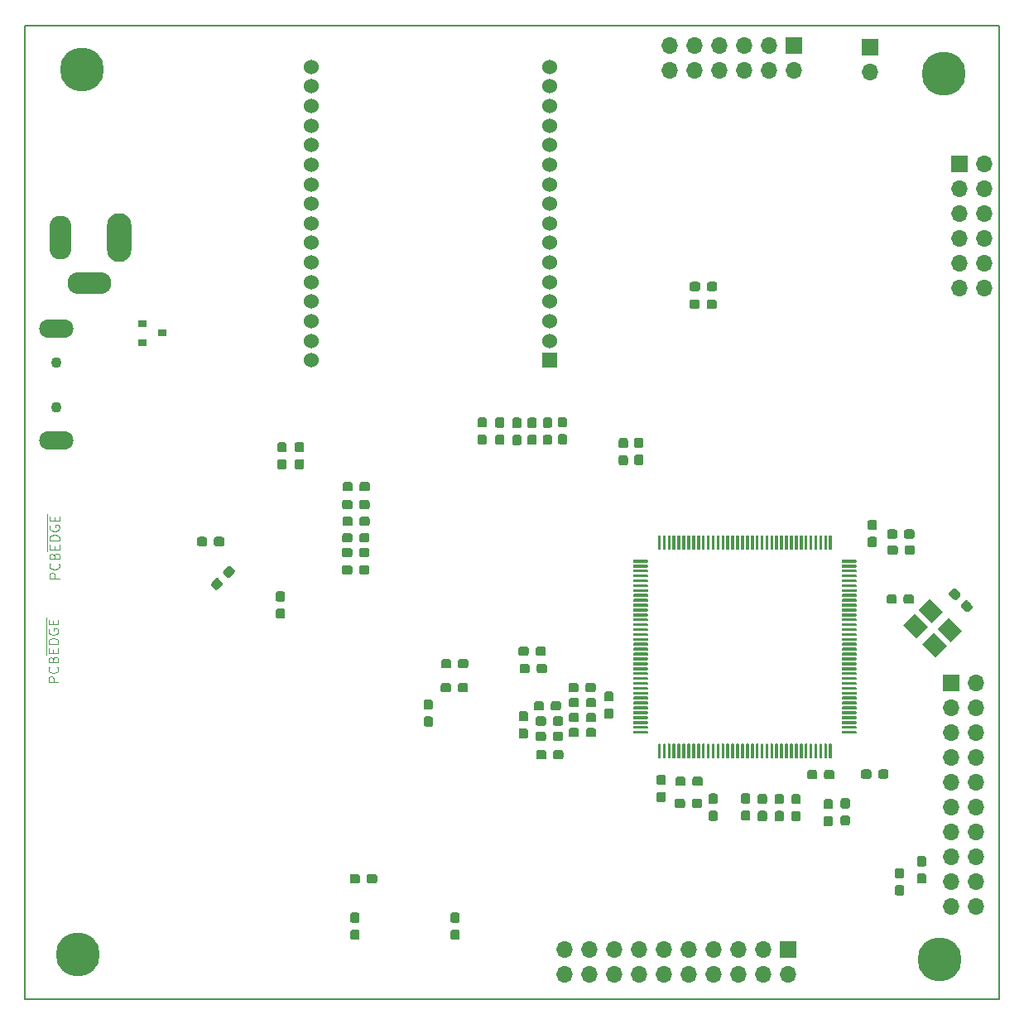
<source format=gbs>
G04 #@! TF.GenerationSoftware,KiCad,Pcbnew,6.0.0-unknown-cbea514~86~ubuntu18.04.1*
G04 #@! TF.CreationDate,2019-07-12T16:47:35-05:00*
G04 #@! TF.ProjectId,power,706f7765-722e-46b6-9963-61645f706362,rev?*
G04 #@! TF.SameCoordinates,Original*
G04 #@! TF.FileFunction,Soldermask,Bot*
G04 #@! TF.FilePolarity,Negative*
%FSLAX46Y46*%
G04 Gerber Fmt 4.6, Leading zero omitted, Abs format (unit mm)*
G04 Created by KiCad (PCBNEW 6.0.0-unknown-cbea514~86~ubuntu18.04.1) date 2019-07-12 16:47:35*
%MOMM*%
%LPD*%
G04 APERTURE LIST*
%ADD10C,0.150000*%
%ADD11C,0.050000*%
G04 #@! TA.AperFunction,NonConductor*
%ADD12C,0.000100*%
G04 #@! TD*
%ADD13O,4.500000X2.250000*%
%ADD14O,2.250000X4.500000*%
%ADD15O,2.500000X5.000000*%
%ADD16C,0.950000*%
%ADD17C,0.300000*%
%ADD18O,1.700000X1.700000*%
%ADD19R,1.700000X1.700000*%
%ADD20C,1.524000*%
%ADD21R,1.524000X1.524000*%
%ADD22C,1.650000*%
%ADD23O,3.500000X1.900000*%
%ADD24C,1.100000*%
%ADD25C,4.500000*%
%ADD26R,0.900000X0.800000*%
G04 APERTURE END LIST*
D10*
X51272440Y-114810540D02*
X51272440Y-15240000D01*
X150876000Y-114810540D02*
X51272440Y-114810540D01*
X150876000Y-15240000D02*
X150876000Y-114808000D01*
X51272440Y-15240000D02*
X150876000Y-15240000D01*
G04 #@! TO.C,J8*
D11*
X54670590Y-82419076D02*
X53670590Y-82419076D01*
X53670590Y-82038124D01*
X53718210Y-81942886D01*
X53765829Y-81895267D01*
X53861067Y-81847648D01*
X54003924Y-81847648D01*
X54099162Y-81895267D01*
X54146781Y-81942886D01*
X54194400Y-82038124D01*
X54194400Y-82419076D01*
X54575352Y-80847648D02*
X54622971Y-80895267D01*
X54670590Y-81038124D01*
X54670590Y-81133362D01*
X54622971Y-81276219D01*
X54527733Y-81371457D01*
X54432495Y-81419076D01*
X54242019Y-81466695D01*
X54099162Y-81466695D01*
X53908686Y-81419076D01*
X53813448Y-81371457D01*
X53718210Y-81276219D01*
X53670590Y-81133362D01*
X53670590Y-81038124D01*
X53718210Y-80895267D01*
X53765829Y-80847648D01*
X54146781Y-80085743D02*
X54194400Y-79942886D01*
X54242019Y-79895267D01*
X54337257Y-79847648D01*
X54480114Y-79847648D01*
X54575352Y-79895267D01*
X54622971Y-79942886D01*
X54670590Y-80038124D01*
X54670590Y-80419076D01*
X53670590Y-80419076D01*
X53670590Y-80085743D01*
X53718210Y-79990505D01*
X53765829Y-79942886D01*
X53861067Y-79895267D01*
X53956305Y-79895267D01*
X54051543Y-79942886D01*
X54099162Y-79990505D01*
X54146781Y-80085743D01*
X54146781Y-80419076D01*
X53433210Y-79657171D02*
X53433210Y-78752410D01*
X54146781Y-79419076D02*
X54146781Y-79085743D01*
X54670590Y-78942886D02*
X54670590Y-79419076D01*
X53670590Y-79419076D01*
X53670590Y-78942886D01*
X53433210Y-78752410D02*
X53433210Y-77752410D01*
X54670590Y-78514314D02*
X53670590Y-78514314D01*
X53670590Y-78276219D01*
X53718210Y-78133362D01*
X53813448Y-78038124D01*
X53908686Y-77990505D01*
X54099162Y-77942886D01*
X54242019Y-77942886D01*
X54432495Y-77990505D01*
X54527733Y-78038124D01*
X54622971Y-78133362D01*
X54670590Y-78276219D01*
X54670590Y-78514314D01*
X53433210Y-77752410D02*
X53433210Y-76752410D01*
X53718210Y-76990505D02*
X53670590Y-77085743D01*
X53670590Y-77228600D01*
X53718210Y-77371457D01*
X53813448Y-77466695D01*
X53908686Y-77514314D01*
X54099162Y-77561933D01*
X54242019Y-77561933D01*
X54432495Y-77514314D01*
X54527733Y-77466695D01*
X54622971Y-77371457D01*
X54670590Y-77228600D01*
X54670590Y-77133362D01*
X54622971Y-76990505D01*
X54575352Y-76942886D01*
X54242019Y-76942886D01*
X54242019Y-77133362D01*
X53433210Y-76752410D02*
X53433210Y-75847648D01*
X54146781Y-76514314D02*
X54146781Y-76180981D01*
X54670590Y-76038124D02*
X54670590Y-76514314D01*
X53670590Y-76514314D01*
X53670590Y-76038124D01*
G04 #@! TO.C,J7*
X54777270Y-71836036D02*
X53777270Y-71836036D01*
X53777270Y-71455084D01*
X53824890Y-71359846D01*
X53872509Y-71312227D01*
X53967747Y-71264608D01*
X54110604Y-71264608D01*
X54205842Y-71312227D01*
X54253461Y-71359846D01*
X54301080Y-71455084D01*
X54301080Y-71836036D01*
X54682032Y-70264608D02*
X54729651Y-70312227D01*
X54777270Y-70455084D01*
X54777270Y-70550322D01*
X54729651Y-70693179D01*
X54634413Y-70788417D01*
X54539175Y-70836036D01*
X54348699Y-70883655D01*
X54205842Y-70883655D01*
X54015366Y-70836036D01*
X53920128Y-70788417D01*
X53824890Y-70693179D01*
X53777270Y-70550322D01*
X53777270Y-70455084D01*
X53824890Y-70312227D01*
X53872509Y-70264608D01*
X54253461Y-69502703D02*
X54301080Y-69359846D01*
X54348699Y-69312227D01*
X54443937Y-69264608D01*
X54586794Y-69264608D01*
X54682032Y-69312227D01*
X54729651Y-69359846D01*
X54777270Y-69455084D01*
X54777270Y-69836036D01*
X53777270Y-69836036D01*
X53777270Y-69502703D01*
X53824890Y-69407465D01*
X53872509Y-69359846D01*
X53967747Y-69312227D01*
X54062985Y-69312227D01*
X54158223Y-69359846D01*
X54205842Y-69407465D01*
X54253461Y-69502703D01*
X54253461Y-69836036D01*
X53539890Y-69074131D02*
X53539890Y-68169370D01*
X54253461Y-68836036D02*
X54253461Y-68502703D01*
X54777270Y-68359846D02*
X54777270Y-68836036D01*
X53777270Y-68836036D01*
X53777270Y-68359846D01*
X53539890Y-68169370D02*
X53539890Y-67169370D01*
X54777270Y-67931274D02*
X53777270Y-67931274D01*
X53777270Y-67693179D01*
X53824890Y-67550322D01*
X53920128Y-67455084D01*
X54015366Y-67407465D01*
X54205842Y-67359846D01*
X54348699Y-67359846D01*
X54539175Y-67407465D01*
X54634413Y-67455084D01*
X54729651Y-67550322D01*
X54777270Y-67693179D01*
X54777270Y-67931274D01*
X53539890Y-67169370D02*
X53539890Y-66169370D01*
X53824890Y-66407465D02*
X53777270Y-66502703D01*
X53777270Y-66645560D01*
X53824890Y-66788417D01*
X53920128Y-66883655D01*
X54015366Y-66931274D01*
X54205842Y-66978893D01*
X54348699Y-66978893D01*
X54539175Y-66931274D01*
X54634413Y-66883655D01*
X54729651Y-66788417D01*
X54777270Y-66645560D01*
X54777270Y-66550322D01*
X54729651Y-66407465D01*
X54682032Y-66359846D01*
X54348699Y-66359846D01*
X54348699Y-66550322D01*
X53539890Y-66169370D02*
X53539890Y-65264608D01*
X54253461Y-65931274D02*
X54253461Y-65597941D01*
X54777270Y-65455084D02*
X54777270Y-65931274D01*
X53777270Y-65931274D01*
X53777270Y-65455084D01*
D12*
G04 #@! TO.C,J2*
X60361200Y-35180600D02*
X61361200Y-35180600D01*
X61361200Y-35180600D02*
X61361200Y-38680600D01*
X61361200Y-38680600D02*
X60361200Y-38680600D01*
X60361200Y-38680600D02*
X60361200Y-35180600D01*
X54361200Y-35430600D02*
X55361200Y-35430600D01*
X55361200Y-35430600D02*
X55361200Y-38430600D01*
X55361200Y-38430600D02*
X54361200Y-38430600D01*
X54361200Y-38430600D02*
X54361200Y-35430600D01*
X59361200Y-41130600D02*
X59361200Y-42130600D01*
X59361200Y-42130600D02*
X56361200Y-42130600D01*
X56361200Y-42130600D02*
X56361200Y-41130600D01*
X56361200Y-41130600D02*
X59361200Y-41130600D01*
G04 #@! TD*
D13*
G04 #@! TO.C,J2*
X57861200Y-41630600D03*
D14*
X54861200Y-36930600D03*
D15*
X60861200Y-36930600D03*
G04 #@! TD*
D10*
G04 #@! TO.C,C13*
G36*
X132145360Y-91422413D02*
G01*
X132225257Y-91480461D01*
X132274636Y-91565988D01*
X132286260Y-91639380D01*
X132286260Y-92114380D01*
X132265727Y-92210980D01*
X132207679Y-92290877D01*
X132122152Y-92340256D01*
X132048760Y-92351880D01*
X131473760Y-92351880D01*
X131377160Y-92331347D01*
X131297263Y-92273299D01*
X131247884Y-92187772D01*
X131236260Y-92114380D01*
X131236260Y-91639380D01*
X131256793Y-91542780D01*
X131314841Y-91462883D01*
X131400368Y-91413504D01*
X131473760Y-91401880D01*
X132048760Y-91401880D01*
X132145360Y-91422413D01*
X132145360Y-91422413D01*
G37*
D16*
X131761260Y-91876880D03*
D10*
G36*
X133895360Y-91422413D02*
G01*
X133975257Y-91480461D01*
X134024636Y-91565988D01*
X134036260Y-91639380D01*
X134036260Y-92114380D01*
X134015727Y-92210980D01*
X133957679Y-92290877D01*
X133872152Y-92340256D01*
X133798760Y-92351880D01*
X133223760Y-92351880D01*
X133127160Y-92331347D01*
X133047263Y-92273299D01*
X132997884Y-92187772D01*
X132986260Y-92114380D01*
X132986260Y-91639380D01*
X133006793Y-91542780D01*
X133064841Y-91462883D01*
X133150368Y-91413504D01*
X133223760Y-91401880D01*
X133798760Y-91401880D01*
X133895360Y-91422413D01*
X133895360Y-91422413D01*
G37*
D16*
X133511260Y-91876880D03*
G04 #@! TD*
D10*
G04 #@! TO.C,U10*
G36*
X114946307Y-69910676D02*
G01*
X114968274Y-69963709D01*
X114968274Y-70113709D01*
X114946307Y-70166742D01*
X114893274Y-70188709D01*
X113568274Y-70188709D01*
X113515241Y-70166742D01*
X113493274Y-70113709D01*
X113493274Y-69963709D01*
X113515241Y-69910676D01*
X113568274Y-69888709D01*
X114893274Y-69888709D01*
X114946307Y-69910676D01*
X114946307Y-69910676D01*
G37*
D17*
X114230774Y-70038709D03*
D10*
G36*
X114946307Y-70410676D02*
G01*
X114968274Y-70463709D01*
X114968274Y-70613709D01*
X114946307Y-70666742D01*
X114893274Y-70688709D01*
X113568274Y-70688709D01*
X113515241Y-70666742D01*
X113493274Y-70613709D01*
X113493274Y-70463709D01*
X113515241Y-70410676D01*
X113568274Y-70388709D01*
X114893274Y-70388709D01*
X114946307Y-70410676D01*
X114946307Y-70410676D01*
G37*
D17*
X114230774Y-70538709D03*
D10*
G36*
X114946307Y-70910676D02*
G01*
X114968274Y-70963709D01*
X114968274Y-71113709D01*
X114946307Y-71166742D01*
X114893274Y-71188709D01*
X113568274Y-71188709D01*
X113515241Y-71166742D01*
X113493274Y-71113709D01*
X113493274Y-70963709D01*
X113515241Y-70910676D01*
X113568274Y-70888709D01*
X114893274Y-70888709D01*
X114946307Y-70910676D01*
X114946307Y-70910676D01*
G37*
D17*
X114230774Y-71038709D03*
D10*
G36*
X114946307Y-71410676D02*
G01*
X114968274Y-71463709D01*
X114968274Y-71613709D01*
X114946307Y-71666742D01*
X114893274Y-71688709D01*
X113568274Y-71688709D01*
X113515241Y-71666742D01*
X113493274Y-71613709D01*
X113493274Y-71463709D01*
X113515241Y-71410676D01*
X113568274Y-71388709D01*
X114893274Y-71388709D01*
X114946307Y-71410676D01*
X114946307Y-71410676D01*
G37*
D17*
X114230774Y-71538709D03*
D10*
G36*
X114946307Y-71910676D02*
G01*
X114968274Y-71963709D01*
X114968274Y-72113709D01*
X114946307Y-72166742D01*
X114893274Y-72188709D01*
X113568274Y-72188709D01*
X113515241Y-72166742D01*
X113493274Y-72113709D01*
X113493274Y-71963709D01*
X113515241Y-71910676D01*
X113568274Y-71888709D01*
X114893274Y-71888709D01*
X114946307Y-71910676D01*
X114946307Y-71910676D01*
G37*
D17*
X114230774Y-72038709D03*
D10*
G36*
X114946307Y-72410676D02*
G01*
X114968274Y-72463709D01*
X114968274Y-72613709D01*
X114946307Y-72666742D01*
X114893274Y-72688709D01*
X113568274Y-72688709D01*
X113515241Y-72666742D01*
X113493274Y-72613709D01*
X113493274Y-72463709D01*
X113515241Y-72410676D01*
X113568274Y-72388709D01*
X114893274Y-72388709D01*
X114946307Y-72410676D01*
X114946307Y-72410676D01*
G37*
D17*
X114230774Y-72538709D03*
D10*
G36*
X114946307Y-72910676D02*
G01*
X114968274Y-72963709D01*
X114968274Y-73113709D01*
X114946307Y-73166742D01*
X114893274Y-73188709D01*
X113568274Y-73188709D01*
X113515241Y-73166742D01*
X113493274Y-73113709D01*
X113493274Y-72963709D01*
X113515241Y-72910676D01*
X113568274Y-72888709D01*
X114893274Y-72888709D01*
X114946307Y-72910676D01*
X114946307Y-72910676D01*
G37*
D17*
X114230774Y-73038709D03*
D10*
G36*
X114946307Y-73410676D02*
G01*
X114968274Y-73463709D01*
X114968274Y-73613709D01*
X114946307Y-73666742D01*
X114893274Y-73688709D01*
X113568274Y-73688709D01*
X113515241Y-73666742D01*
X113493274Y-73613709D01*
X113493274Y-73463709D01*
X113515241Y-73410676D01*
X113568274Y-73388709D01*
X114893274Y-73388709D01*
X114946307Y-73410676D01*
X114946307Y-73410676D01*
G37*
D17*
X114230774Y-73538709D03*
D10*
G36*
X114946307Y-73910676D02*
G01*
X114968274Y-73963709D01*
X114968274Y-74113709D01*
X114946307Y-74166742D01*
X114893274Y-74188709D01*
X113568274Y-74188709D01*
X113515241Y-74166742D01*
X113493274Y-74113709D01*
X113493274Y-73963709D01*
X113515241Y-73910676D01*
X113568274Y-73888709D01*
X114893274Y-73888709D01*
X114946307Y-73910676D01*
X114946307Y-73910676D01*
G37*
D17*
X114230774Y-74038709D03*
D10*
G36*
X114946307Y-74410676D02*
G01*
X114968274Y-74463709D01*
X114968274Y-74613709D01*
X114946307Y-74666742D01*
X114893274Y-74688709D01*
X113568274Y-74688709D01*
X113515241Y-74666742D01*
X113493274Y-74613709D01*
X113493274Y-74463709D01*
X113515241Y-74410676D01*
X113568274Y-74388709D01*
X114893274Y-74388709D01*
X114946307Y-74410676D01*
X114946307Y-74410676D01*
G37*
D17*
X114230774Y-74538709D03*
D10*
G36*
X114946307Y-74910676D02*
G01*
X114968274Y-74963709D01*
X114968274Y-75113709D01*
X114946307Y-75166742D01*
X114893274Y-75188709D01*
X113568274Y-75188709D01*
X113515241Y-75166742D01*
X113493274Y-75113709D01*
X113493274Y-74963709D01*
X113515241Y-74910676D01*
X113568274Y-74888709D01*
X114893274Y-74888709D01*
X114946307Y-74910676D01*
X114946307Y-74910676D01*
G37*
D17*
X114230774Y-75038709D03*
D10*
G36*
X114946307Y-75410676D02*
G01*
X114968274Y-75463709D01*
X114968274Y-75613709D01*
X114946307Y-75666742D01*
X114893274Y-75688709D01*
X113568274Y-75688709D01*
X113515241Y-75666742D01*
X113493274Y-75613709D01*
X113493274Y-75463709D01*
X113515241Y-75410676D01*
X113568274Y-75388709D01*
X114893274Y-75388709D01*
X114946307Y-75410676D01*
X114946307Y-75410676D01*
G37*
D17*
X114230774Y-75538709D03*
D10*
G36*
X114946307Y-75910676D02*
G01*
X114968274Y-75963709D01*
X114968274Y-76113709D01*
X114946307Y-76166742D01*
X114893274Y-76188709D01*
X113568274Y-76188709D01*
X113515241Y-76166742D01*
X113493274Y-76113709D01*
X113493274Y-75963709D01*
X113515241Y-75910676D01*
X113568274Y-75888709D01*
X114893274Y-75888709D01*
X114946307Y-75910676D01*
X114946307Y-75910676D01*
G37*
D17*
X114230774Y-76038709D03*
D10*
G36*
X114946307Y-76410676D02*
G01*
X114968274Y-76463709D01*
X114968274Y-76613709D01*
X114946307Y-76666742D01*
X114893274Y-76688709D01*
X113568274Y-76688709D01*
X113515241Y-76666742D01*
X113493274Y-76613709D01*
X113493274Y-76463709D01*
X113515241Y-76410676D01*
X113568274Y-76388709D01*
X114893274Y-76388709D01*
X114946307Y-76410676D01*
X114946307Y-76410676D01*
G37*
D17*
X114230774Y-76538709D03*
D10*
G36*
X114946307Y-76910676D02*
G01*
X114968274Y-76963709D01*
X114968274Y-77113709D01*
X114946307Y-77166742D01*
X114893274Y-77188709D01*
X113568274Y-77188709D01*
X113515241Y-77166742D01*
X113493274Y-77113709D01*
X113493274Y-76963709D01*
X113515241Y-76910676D01*
X113568274Y-76888709D01*
X114893274Y-76888709D01*
X114946307Y-76910676D01*
X114946307Y-76910676D01*
G37*
D17*
X114230774Y-77038709D03*
D10*
G36*
X114946307Y-77410676D02*
G01*
X114968274Y-77463709D01*
X114968274Y-77613709D01*
X114946307Y-77666742D01*
X114893274Y-77688709D01*
X113568274Y-77688709D01*
X113515241Y-77666742D01*
X113493274Y-77613709D01*
X113493274Y-77463709D01*
X113515241Y-77410676D01*
X113568274Y-77388709D01*
X114893274Y-77388709D01*
X114946307Y-77410676D01*
X114946307Y-77410676D01*
G37*
D17*
X114230774Y-77538709D03*
D10*
G36*
X114946307Y-77910676D02*
G01*
X114968274Y-77963709D01*
X114968274Y-78113709D01*
X114946307Y-78166742D01*
X114893274Y-78188709D01*
X113568274Y-78188709D01*
X113515241Y-78166742D01*
X113493274Y-78113709D01*
X113493274Y-77963709D01*
X113515241Y-77910676D01*
X113568274Y-77888709D01*
X114893274Y-77888709D01*
X114946307Y-77910676D01*
X114946307Y-77910676D01*
G37*
D17*
X114230774Y-78038709D03*
D10*
G36*
X114946307Y-78410676D02*
G01*
X114968274Y-78463709D01*
X114968274Y-78613709D01*
X114946307Y-78666742D01*
X114893274Y-78688709D01*
X113568274Y-78688709D01*
X113515241Y-78666742D01*
X113493274Y-78613709D01*
X113493274Y-78463709D01*
X113515241Y-78410676D01*
X113568274Y-78388709D01*
X114893274Y-78388709D01*
X114946307Y-78410676D01*
X114946307Y-78410676D01*
G37*
D17*
X114230774Y-78538709D03*
D10*
G36*
X114946307Y-78910676D02*
G01*
X114968274Y-78963709D01*
X114968274Y-79113709D01*
X114946307Y-79166742D01*
X114893274Y-79188709D01*
X113568274Y-79188709D01*
X113515241Y-79166742D01*
X113493274Y-79113709D01*
X113493274Y-78963709D01*
X113515241Y-78910676D01*
X113568274Y-78888709D01*
X114893274Y-78888709D01*
X114946307Y-78910676D01*
X114946307Y-78910676D01*
G37*
D17*
X114230774Y-79038709D03*
D10*
G36*
X114946307Y-79410676D02*
G01*
X114968274Y-79463709D01*
X114968274Y-79613709D01*
X114946307Y-79666742D01*
X114893274Y-79688709D01*
X113568274Y-79688709D01*
X113515241Y-79666742D01*
X113493274Y-79613709D01*
X113493274Y-79463709D01*
X113515241Y-79410676D01*
X113568274Y-79388709D01*
X114893274Y-79388709D01*
X114946307Y-79410676D01*
X114946307Y-79410676D01*
G37*
D17*
X114230774Y-79538709D03*
D10*
G36*
X114946307Y-79910676D02*
G01*
X114968274Y-79963709D01*
X114968274Y-80113709D01*
X114946307Y-80166742D01*
X114893274Y-80188709D01*
X113568274Y-80188709D01*
X113515241Y-80166742D01*
X113493274Y-80113709D01*
X113493274Y-79963709D01*
X113515241Y-79910676D01*
X113568274Y-79888709D01*
X114893274Y-79888709D01*
X114946307Y-79910676D01*
X114946307Y-79910676D01*
G37*
D17*
X114230774Y-80038709D03*
D10*
G36*
X114946307Y-80410676D02*
G01*
X114968274Y-80463709D01*
X114968274Y-80613709D01*
X114946307Y-80666742D01*
X114893274Y-80688709D01*
X113568274Y-80688709D01*
X113515241Y-80666742D01*
X113493274Y-80613709D01*
X113493274Y-80463709D01*
X113515241Y-80410676D01*
X113568274Y-80388709D01*
X114893274Y-80388709D01*
X114946307Y-80410676D01*
X114946307Y-80410676D01*
G37*
D17*
X114230774Y-80538709D03*
D10*
G36*
X114946307Y-80910676D02*
G01*
X114968274Y-80963709D01*
X114968274Y-81113709D01*
X114946307Y-81166742D01*
X114893274Y-81188709D01*
X113568274Y-81188709D01*
X113515241Y-81166742D01*
X113493274Y-81113709D01*
X113493274Y-80963709D01*
X113515241Y-80910676D01*
X113568274Y-80888709D01*
X114893274Y-80888709D01*
X114946307Y-80910676D01*
X114946307Y-80910676D01*
G37*
D17*
X114230774Y-81038709D03*
D10*
G36*
X114946307Y-81410676D02*
G01*
X114968274Y-81463709D01*
X114968274Y-81613709D01*
X114946307Y-81666742D01*
X114893274Y-81688709D01*
X113568274Y-81688709D01*
X113515241Y-81666742D01*
X113493274Y-81613709D01*
X113493274Y-81463709D01*
X113515241Y-81410676D01*
X113568274Y-81388709D01*
X114893274Y-81388709D01*
X114946307Y-81410676D01*
X114946307Y-81410676D01*
G37*
D17*
X114230774Y-81538709D03*
D10*
G36*
X114946307Y-81910676D02*
G01*
X114968274Y-81963709D01*
X114968274Y-82113709D01*
X114946307Y-82166742D01*
X114893274Y-82188709D01*
X113568274Y-82188709D01*
X113515241Y-82166742D01*
X113493274Y-82113709D01*
X113493274Y-81963709D01*
X113515241Y-81910676D01*
X113568274Y-81888709D01*
X114893274Y-81888709D01*
X114946307Y-81910676D01*
X114946307Y-81910676D01*
G37*
D17*
X114230774Y-82038709D03*
D10*
G36*
X114946307Y-82410676D02*
G01*
X114968274Y-82463709D01*
X114968274Y-82613709D01*
X114946307Y-82666742D01*
X114893274Y-82688709D01*
X113568274Y-82688709D01*
X113515241Y-82666742D01*
X113493274Y-82613709D01*
X113493274Y-82463709D01*
X113515241Y-82410676D01*
X113568274Y-82388709D01*
X114893274Y-82388709D01*
X114946307Y-82410676D01*
X114946307Y-82410676D01*
G37*
D17*
X114230774Y-82538709D03*
D10*
G36*
X114946307Y-82910676D02*
G01*
X114968274Y-82963709D01*
X114968274Y-83113709D01*
X114946307Y-83166742D01*
X114893274Y-83188709D01*
X113568274Y-83188709D01*
X113515241Y-83166742D01*
X113493274Y-83113709D01*
X113493274Y-82963709D01*
X113515241Y-82910676D01*
X113568274Y-82888709D01*
X114893274Y-82888709D01*
X114946307Y-82910676D01*
X114946307Y-82910676D01*
G37*
D17*
X114230774Y-83038709D03*
D10*
G36*
X114946307Y-83410676D02*
G01*
X114968274Y-83463709D01*
X114968274Y-83613709D01*
X114946307Y-83666742D01*
X114893274Y-83688709D01*
X113568274Y-83688709D01*
X113515241Y-83666742D01*
X113493274Y-83613709D01*
X113493274Y-83463709D01*
X113515241Y-83410676D01*
X113568274Y-83388709D01*
X114893274Y-83388709D01*
X114946307Y-83410676D01*
X114946307Y-83410676D01*
G37*
D17*
X114230774Y-83538709D03*
D10*
G36*
X114946307Y-83910676D02*
G01*
X114968274Y-83963709D01*
X114968274Y-84113709D01*
X114946307Y-84166742D01*
X114893274Y-84188709D01*
X113568274Y-84188709D01*
X113515241Y-84166742D01*
X113493274Y-84113709D01*
X113493274Y-83963709D01*
X113515241Y-83910676D01*
X113568274Y-83888709D01*
X114893274Y-83888709D01*
X114946307Y-83910676D01*
X114946307Y-83910676D01*
G37*
D17*
X114230774Y-84038709D03*
D10*
G36*
X114946307Y-84410676D02*
G01*
X114968274Y-84463709D01*
X114968274Y-84613709D01*
X114946307Y-84666742D01*
X114893274Y-84688709D01*
X113568274Y-84688709D01*
X113515241Y-84666742D01*
X113493274Y-84613709D01*
X113493274Y-84463709D01*
X113515241Y-84410676D01*
X113568274Y-84388709D01*
X114893274Y-84388709D01*
X114946307Y-84410676D01*
X114946307Y-84410676D01*
G37*
D17*
X114230774Y-84538709D03*
D10*
G36*
X114946307Y-84910676D02*
G01*
X114968274Y-84963709D01*
X114968274Y-85113709D01*
X114946307Y-85166742D01*
X114893274Y-85188709D01*
X113568274Y-85188709D01*
X113515241Y-85166742D01*
X113493274Y-85113709D01*
X113493274Y-84963709D01*
X113515241Y-84910676D01*
X113568274Y-84888709D01*
X114893274Y-84888709D01*
X114946307Y-84910676D01*
X114946307Y-84910676D01*
G37*
D17*
X114230774Y-85038709D03*
D10*
G36*
X114946307Y-85410676D02*
G01*
X114968274Y-85463709D01*
X114968274Y-85613709D01*
X114946307Y-85666742D01*
X114893274Y-85688709D01*
X113568274Y-85688709D01*
X113515241Y-85666742D01*
X113493274Y-85613709D01*
X113493274Y-85463709D01*
X113515241Y-85410676D01*
X113568274Y-85388709D01*
X114893274Y-85388709D01*
X114946307Y-85410676D01*
X114946307Y-85410676D01*
G37*
D17*
X114230774Y-85538709D03*
D10*
G36*
X114946307Y-85910676D02*
G01*
X114968274Y-85963709D01*
X114968274Y-86113709D01*
X114946307Y-86166742D01*
X114893274Y-86188709D01*
X113568274Y-86188709D01*
X113515241Y-86166742D01*
X113493274Y-86113709D01*
X113493274Y-85963709D01*
X113515241Y-85910676D01*
X113568274Y-85888709D01*
X114893274Y-85888709D01*
X114946307Y-85910676D01*
X114946307Y-85910676D01*
G37*
D17*
X114230774Y-86038709D03*
D10*
G36*
X114946307Y-86410676D02*
G01*
X114968274Y-86463709D01*
X114968274Y-86613709D01*
X114946307Y-86666742D01*
X114893274Y-86688709D01*
X113568274Y-86688709D01*
X113515241Y-86666742D01*
X113493274Y-86613709D01*
X113493274Y-86463709D01*
X113515241Y-86410676D01*
X113568274Y-86388709D01*
X114893274Y-86388709D01*
X114946307Y-86410676D01*
X114946307Y-86410676D01*
G37*
D17*
X114230774Y-86538709D03*
D10*
G36*
X114946307Y-86910676D02*
G01*
X114968274Y-86963709D01*
X114968274Y-87113709D01*
X114946307Y-87166742D01*
X114893274Y-87188709D01*
X113568274Y-87188709D01*
X113515241Y-87166742D01*
X113493274Y-87113709D01*
X113493274Y-86963709D01*
X113515241Y-86910676D01*
X113568274Y-86888709D01*
X114893274Y-86888709D01*
X114946307Y-86910676D01*
X114946307Y-86910676D01*
G37*
D17*
X114230774Y-87038709D03*
D10*
G36*
X114946307Y-87410676D02*
G01*
X114968274Y-87463709D01*
X114968274Y-87613709D01*
X114946307Y-87666742D01*
X114893274Y-87688709D01*
X113568274Y-87688709D01*
X113515241Y-87666742D01*
X113493274Y-87613709D01*
X113493274Y-87463709D01*
X113515241Y-87410676D01*
X113568274Y-87388709D01*
X114893274Y-87388709D01*
X114946307Y-87410676D01*
X114946307Y-87410676D01*
G37*
D17*
X114230774Y-87538709D03*
D10*
G36*
X116271307Y-88735676D02*
G01*
X116293274Y-88788709D01*
X116293274Y-90113709D01*
X116271307Y-90166742D01*
X116218274Y-90188709D01*
X116068274Y-90188709D01*
X116015241Y-90166742D01*
X115993274Y-90113709D01*
X115993274Y-88788709D01*
X116015241Y-88735676D01*
X116068274Y-88713709D01*
X116218274Y-88713709D01*
X116271307Y-88735676D01*
X116271307Y-88735676D01*
G37*
D17*
X116143274Y-89451209D03*
D10*
G36*
X116771307Y-88735676D02*
G01*
X116793274Y-88788709D01*
X116793274Y-90113709D01*
X116771307Y-90166742D01*
X116718274Y-90188709D01*
X116568274Y-90188709D01*
X116515241Y-90166742D01*
X116493274Y-90113709D01*
X116493274Y-88788709D01*
X116515241Y-88735676D01*
X116568274Y-88713709D01*
X116718274Y-88713709D01*
X116771307Y-88735676D01*
X116771307Y-88735676D01*
G37*
D17*
X116643274Y-89451209D03*
D10*
G36*
X117271307Y-88735676D02*
G01*
X117293274Y-88788709D01*
X117293274Y-90113709D01*
X117271307Y-90166742D01*
X117218274Y-90188709D01*
X117068274Y-90188709D01*
X117015241Y-90166742D01*
X116993274Y-90113709D01*
X116993274Y-88788709D01*
X117015241Y-88735676D01*
X117068274Y-88713709D01*
X117218274Y-88713709D01*
X117271307Y-88735676D01*
X117271307Y-88735676D01*
G37*
D17*
X117143274Y-89451209D03*
D10*
G36*
X117771307Y-88735676D02*
G01*
X117793274Y-88788709D01*
X117793274Y-90113709D01*
X117771307Y-90166742D01*
X117718274Y-90188709D01*
X117568274Y-90188709D01*
X117515241Y-90166742D01*
X117493274Y-90113709D01*
X117493274Y-88788709D01*
X117515241Y-88735676D01*
X117568274Y-88713709D01*
X117718274Y-88713709D01*
X117771307Y-88735676D01*
X117771307Y-88735676D01*
G37*
D17*
X117643274Y-89451209D03*
D10*
G36*
X118271307Y-88735676D02*
G01*
X118293274Y-88788709D01*
X118293274Y-90113709D01*
X118271307Y-90166742D01*
X118218274Y-90188709D01*
X118068274Y-90188709D01*
X118015241Y-90166742D01*
X117993274Y-90113709D01*
X117993274Y-88788709D01*
X118015241Y-88735676D01*
X118068274Y-88713709D01*
X118218274Y-88713709D01*
X118271307Y-88735676D01*
X118271307Y-88735676D01*
G37*
D17*
X118143274Y-89451209D03*
D10*
G36*
X118771307Y-88735676D02*
G01*
X118793274Y-88788709D01*
X118793274Y-90113709D01*
X118771307Y-90166742D01*
X118718274Y-90188709D01*
X118568274Y-90188709D01*
X118515241Y-90166742D01*
X118493274Y-90113709D01*
X118493274Y-88788709D01*
X118515241Y-88735676D01*
X118568274Y-88713709D01*
X118718274Y-88713709D01*
X118771307Y-88735676D01*
X118771307Y-88735676D01*
G37*
D17*
X118643274Y-89451209D03*
D10*
G36*
X119271307Y-88735676D02*
G01*
X119293274Y-88788709D01*
X119293274Y-90113709D01*
X119271307Y-90166742D01*
X119218274Y-90188709D01*
X119068274Y-90188709D01*
X119015241Y-90166742D01*
X118993274Y-90113709D01*
X118993274Y-88788709D01*
X119015241Y-88735676D01*
X119068274Y-88713709D01*
X119218274Y-88713709D01*
X119271307Y-88735676D01*
X119271307Y-88735676D01*
G37*
D17*
X119143274Y-89451209D03*
D10*
G36*
X119771307Y-88735676D02*
G01*
X119793274Y-88788709D01*
X119793274Y-90113709D01*
X119771307Y-90166742D01*
X119718274Y-90188709D01*
X119568274Y-90188709D01*
X119515241Y-90166742D01*
X119493274Y-90113709D01*
X119493274Y-88788709D01*
X119515241Y-88735676D01*
X119568274Y-88713709D01*
X119718274Y-88713709D01*
X119771307Y-88735676D01*
X119771307Y-88735676D01*
G37*
D17*
X119643274Y-89451209D03*
D10*
G36*
X120271307Y-88735676D02*
G01*
X120293274Y-88788709D01*
X120293274Y-90113709D01*
X120271307Y-90166742D01*
X120218274Y-90188709D01*
X120068274Y-90188709D01*
X120015241Y-90166742D01*
X119993274Y-90113709D01*
X119993274Y-88788709D01*
X120015241Y-88735676D01*
X120068274Y-88713709D01*
X120218274Y-88713709D01*
X120271307Y-88735676D01*
X120271307Y-88735676D01*
G37*
D17*
X120143274Y-89451209D03*
D10*
G36*
X120771307Y-88735676D02*
G01*
X120793274Y-88788709D01*
X120793274Y-90113709D01*
X120771307Y-90166742D01*
X120718274Y-90188709D01*
X120568274Y-90188709D01*
X120515241Y-90166742D01*
X120493274Y-90113709D01*
X120493274Y-88788709D01*
X120515241Y-88735676D01*
X120568274Y-88713709D01*
X120718274Y-88713709D01*
X120771307Y-88735676D01*
X120771307Y-88735676D01*
G37*
D17*
X120643274Y-89451209D03*
D10*
G36*
X121271307Y-88735676D02*
G01*
X121293274Y-88788709D01*
X121293274Y-90113709D01*
X121271307Y-90166742D01*
X121218274Y-90188709D01*
X121068274Y-90188709D01*
X121015241Y-90166742D01*
X120993274Y-90113709D01*
X120993274Y-88788709D01*
X121015241Y-88735676D01*
X121068274Y-88713709D01*
X121218274Y-88713709D01*
X121271307Y-88735676D01*
X121271307Y-88735676D01*
G37*
D17*
X121143274Y-89451209D03*
D10*
G36*
X121771307Y-88735676D02*
G01*
X121793274Y-88788709D01*
X121793274Y-90113709D01*
X121771307Y-90166742D01*
X121718274Y-90188709D01*
X121568274Y-90188709D01*
X121515241Y-90166742D01*
X121493274Y-90113709D01*
X121493274Y-88788709D01*
X121515241Y-88735676D01*
X121568274Y-88713709D01*
X121718274Y-88713709D01*
X121771307Y-88735676D01*
X121771307Y-88735676D01*
G37*
D17*
X121643274Y-89451209D03*
D10*
G36*
X122271307Y-88735676D02*
G01*
X122293274Y-88788709D01*
X122293274Y-90113709D01*
X122271307Y-90166742D01*
X122218274Y-90188709D01*
X122068274Y-90188709D01*
X122015241Y-90166742D01*
X121993274Y-90113709D01*
X121993274Y-88788709D01*
X122015241Y-88735676D01*
X122068274Y-88713709D01*
X122218274Y-88713709D01*
X122271307Y-88735676D01*
X122271307Y-88735676D01*
G37*
D17*
X122143274Y-89451209D03*
D10*
G36*
X122771307Y-88735676D02*
G01*
X122793274Y-88788709D01*
X122793274Y-90113709D01*
X122771307Y-90166742D01*
X122718274Y-90188709D01*
X122568274Y-90188709D01*
X122515241Y-90166742D01*
X122493274Y-90113709D01*
X122493274Y-88788709D01*
X122515241Y-88735676D01*
X122568274Y-88713709D01*
X122718274Y-88713709D01*
X122771307Y-88735676D01*
X122771307Y-88735676D01*
G37*
D17*
X122643274Y-89451209D03*
D10*
G36*
X123271307Y-88735676D02*
G01*
X123293274Y-88788709D01*
X123293274Y-90113709D01*
X123271307Y-90166742D01*
X123218274Y-90188709D01*
X123068274Y-90188709D01*
X123015241Y-90166742D01*
X122993274Y-90113709D01*
X122993274Y-88788709D01*
X123015241Y-88735676D01*
X123068274Y-88713709D01*
X123218274Y-88713709D01*
X123271307Y-88735676D01*
X123271307Y-88735676D01*
G37*
D17*
X123143274Y-89451209D03*
D10*
G36*
X123771307Y-88735676D02*
G01*
X123793274Y-88788709D01*
X123793274Y-90113709D01*
X123771307Y-90166742D01*
X123718274Y-90188709D01*
X123568274Y-90188709D01*
X123515241Y-90166742D01*
X123493274Y-90113709D01*
X123493274Y-88788709D01*
X123515241Y-88735676D01*
X123568274Y-88713709D01*
X123718274Y-88713709D01*
X123771307Y-88735676D01*
X123771307Y-88735676D01*
G37*
D17*
X123643274Y-89451209D03*
D10*
G36*
X124271307Y-88735676D02*
G01*
X124293274Y-88788709D01*
X124293274Y-90113709D01*
X124271307Y-90166742D01*
X124218274Y-90188709D01*
X124068274Y-90188709D01*
X124015241Y-90166742D01*
X123993274Y-90113709D01*
X123993274Y-88788709D01*
X124015241Y-88735676D01*
X124068274Y-88713709D01*
X124218274Y-88713709D01*
X124271307Y-88735676D01*
X124271307Y-88735676D01*
G37*
D17*
X124143274Y-89451209D03*
D10*
G36*
X124771307Y-88735676D02*
G01*
X124793274Y-88788709D01*
X124793274Y-90113709D01*
X124771307Y-90166742D01*
X124718274Y-90188709D01*
X124568274Y-90188709D01*
X124515241Y-90166742D01*
X124493274Y-90113709D01*
X124493274Y-88788709D01*
X124515241Y-88735676D01*
X124568274Y-88713709D01*
X124718274Y-88713709D01*
X124771307Y-88735676D01*
X124771307Y-88735676D01*
G37*
D17*
X124643274Y-89451209D03*
D10*
G36*
X125271307Y-88735676D02*
G01*
X125293274Y-88788709D01*
X125293274Y-90113709D01*
X125271307Y-90166742D01*
X125218274Y-90188709D01*
X125068274Y-90188709D01*
X125015241Y-90166742D01*
X124993274Y-90113709D01*
X124993274Y-88788709D01*
X125015241Y-88735676D01*
X125068274Y-88713709D01*
X125218274Y-88713709D01*
X125271307Y-88735676D01*
X125271307Y-88735676D01*
G37*
D17*
X125143274Y-89451209D03*
D10*
G36*
X125771307Y-88735676D02*
G01*
X125793274Y-88788709D01*
X125793274Y-90113709D01*
X125771307Y-90166742D01*
X125718274Y-90188709D01*
X125568274Y-90188709D01*
X125515241Y-90166742D01*
X125493274Y-90113709D01*
X125493274Y-88788709D01*
X125515241Y-88735676D01*
X125568274Y-88713709D01*
X125718274Y-88713709D01*
X125771307Y-88735676D01*
X125771307Y-88735676D01*
G37*
D17*
X125643274Y-89451209D03*
D10*
G36*
X126271307Y-88735676D02*
G01*
X126293274Y-88788709D01*
X126293274Y-90113709D01*
X126271307Y-90166742D01*
X126218274Y-90188709D01*
X126068274Y-90188709D01*
X126015241Y-90166742D01*
X125993274Y-90113709D01*
X125993274Y-88788709D01*
X126015241Y-88735676D01*
X126068274Y-88713709D01*
X126218274Y-88713709D01*
X126271307Y-88735676D01*
X126271307Y-88735676D01*
G37*
D17*
X126143274Y-89451209D03*
D10*
G36*
X126771307Y-88735676D02*
G01*
X126793274Y-88788709D01*
X126793274Y-90113709D01*
X126771307Y-90166742D01*
X126718274Y-90188709D01*
X126568274Y-90188709D01*
X126515241Y-90166742D01*
X126493274Y-90113709D01*
X126493274Y-88788709D01*
X126515241Y-88735676D01*
X126568274Y-88713709D01*
X126718274Y-88713709D01*
X126771307Y-88735676D01*
X126771307Y-88735676D01*
G37*
D17*
X126643274Y-89451209D03*
D10*
G36*
X127271307Y-88735676D02*
G01*
X127293274Y-88788709D01*
X127293274Y-90113709D01*
X127271307Y-90166742D01*
X127218274Y-90188709D01*
X127068274Y-90188709D01*
X127015241Y-90166742D01*
X126993274Y-90113709D01*
X126993274Y-88788709D01*
X127015241Y-88735676D01*
X127068274Y-88713709D01*
X127218274Y-88713709D01*
X127271307Y-88735676D01*
X127271307Y-88735676D01*
G37*
D17*
X127143274Y-89451209D03*
D10*
G36*
X127771307Y-88735676D02*
G01*
X127793274Y-88788709D01*
X127793274Y-90113709D01*
X127771307Y-90166742D01*
X127718274Y-90188709D01*
X127568274Y-90188709D01*
X127515241Y-90166742D01*
X127493274Y-90113709D01*
X127493274Y-88788709D01*
X127515241Y-88735676D01*
X127568274Y-88713709D01*
X127718274Y-88713709D01*
X127771307Y-88735676D01*
X127771307Y-88735676D01*
G37*
D17*
X127643274Y-89451209D03*
D10*
G36*
X128271307Y-88735676D02*
G01*
X128293274Y-88788709D01*
X128293274Y-90113709D01*
X128271307Y-90166742D01*
X128218274Y-90188709D01*
X128068274Y-90188709D01*
X128015241Y-90166742D01*
X127993274Y-90113709D01*
X127993274Y-88788709D01*
X128015241Y-88735676D01*
X128068274Y-88713709D01*
X128218274Y-88713709D01*
X128271307Y-88735676D01*
X128271307Y-88735676D01*
G37*
D17*
X128143274Y-89451209D03*
D10*
G36*
X128771307Y-88735676D02*
G01*
X128793274Y-88788709D01*
X128793274Y-90113709D01*
X128771307Y-90166742D01*
X128718274Y-90188709D01*
X128568274Y-90188709D01*
X128515241Y-90166742D01*
X128493274Y-90113709D01*
X128493274Y-88788709D01*
X128515241Y-88735676D01*
X128568274Y-88713709D01*
X128718274Y-88713709D01*
X128771307Y-88735676D01*
X128771307Y-88735676D01*
G37*
D17*
X128643274Y-89451209D03*
D10*
G36*
X129271307Y-88735676D02*
G01*
X129293274Y-88788709D01*
X129293274Y-90113709D01*
X129271307Y-90166742D01*
X129218274Y-90188709D01*
X129068274Y-90188709D01*
X129015241Y-90166742D01*
X128993274Y-90113709D01*
X128993274Y-88788709D01*
X129015241Y-88735676D01*
X129068274Y-88713709D01*
X129218274Y-88713709D01*
X129271307Y-88735676D01*
X129271307Y-88735676D01*
G37*
D17*
X129143274Y-89451209D03*
D10*
G36*
X129771307Y-88735676D02*
G01*
X129793274Y-88788709D01*
X129793274Y-90113709D01*
X129771307Y-90166742D01*
X129718274Y-90188709D01*
X129568274Y-90188709D01*
X129515241Y-90166742D01*
X129493274Y-90113709D01*
X129493274Y-88788709D01*
X129515241Y-88735676D01*
X129568274Y-88713709D01*
X129718274Y-88713709D01*
X129771307Y-88735676D01*
X129771307Y-88735676D01*
G37*
D17*
X129643274Y-89451209D03*
D10*
G36*
X130271307Y-88735676D02*
G01*
X130293274Y-88788709D01*
X130293274Y-90113709D01*
X130271307Y-90166742D01*
X130218274Y-90188709D01*
X130068274Y-90188709D01*
X130015241Y-90166742D01*
X129993274Y-90113709D01*
X129993274Y-88788709D01*
X130015241Y-88735676D01*
X130068274Y-88713709D01*
X130218274Y-88713709D01*
X130271307Y-88735676D01*
X130271307Y-88735676D01*
G37*
D17*
X130143274Y-89451209D03*
D10*
G36*
X130771307Y-88735676D02*
G01*
X130793274Y-88788709D01*
X130793274Y-90113709D01*
X130771307Y-90166742D01*
X130718274Y-90188709D01*
X130568274Y-90188709D01*
X130515241Y-90166742D01*
X130493274Y-90113709D01*
X130493274Y-88788709D01*
X130515241Y-88735676D01*
X130568274Y-88713709D01*
X130718274Y-88713709D01*
X130771307Y-88735676D01*
X130771307Y-88735676D01*
G37*
D17*
X130643274Y-89451209D03*
D10*
G36*
X131271307Y-88735676D02*
G01*
X131293274Y-88788709D01*
X131293274Y-90113709D01*
X131271307Y-90166742D01*
X131218274Y-90188709D01*
X131068274Y-90188709D01*
X131015241Y-90166742D01*
X130993274Y-90113709D01*
X130993274Y-88788709D01*
X131015241Y-88735676D01*
X131068274Y-88713709D01*
X131218274Y-88713709D01*
X131271307Y-88735676D01*
X131271307Y-88735676D01*
G37*
D17*
X131143274Y-89451209D03*
D10*
G36*
X131771307Y-88735676D02*
G01*
X131793274Y-88788709D01*
X131793274Y-90113709D01*
X131771307Y-90166742D01*
X131718274Y-90188709D01*
X131568274Y-90188709D01*
X131515241Y-90166742D01*
X131493274Y-90113709D01*
X131493274Y-88788709D01*
X131515241Y-88735676D01*
X131568274Y-88713709D01*
X131718274Y-88713709D01*
X131771307Y-88735676D01*
X131771307Y-88735676D01*
G37*
D17*
X131643274Y-89451209D03*
D10*
G36*
X132271307Y-88735676D02*
G01*
X132293274Y-88788709D01*
X132293274Y-90113709D01*
X132271307Y-90166742D01*
X132218274Y-90188709D01*
X132068274Y-90188709D01*
X132015241Y-90166742D01*
X131993274Y-90113709D01*
X131993274Y-88788709D01*
X132015241Y-88735676D01*
X132068274Y-88713709D01*
X132218274Y-88713709D01*
X132271307Y-88735676D01*
X132271307Y-88735676D01*
G37*
D17*
X132143274Y-89451209D03*
D10*
G36*
X132771307Y-88735676D02*
G01*
X132793274Y-88788709D01*
X132793274Y-90113709D01*
X132771307Y-90166742D01*
X132718274Y-90188709D01*
X132568274Y-90188709D01*
X132515241Y-90166742D01*
X132493274Y-90113709D01*
X132493274Y-88788709D01*
X132515241Y-88735676D01*
X132568274Y-88713709D01*
X132718274Y-88713709D01*
X132771307Y-88735676D01*
X132771307Y-88735676D01*
G37*
D17*
X132643274Y-89451209D03*
D10*
G36*
X133271307Y-88735676D02*
G01*
X133293274Y-88788709D01*
X133293274Y-90113709D01*
X133271307Y-90166742D01*
X133218274Y-90188709D01*
X133068274Y-90188709D01*
X133015241Y-90166742D01*
X132993274Y-90113709D01*
X132993274Y-88788709D01*
X133015241Y-88735676D01*
X133068274Y-88713709D01*
X133218274Y-88713709D01*
X133271307Y-88735676D01*
X133271307Y-88735676D01*
G37*
D17*
X133143274Y-89451209D03*
D10*
G36*
X133771307Y-88735676D02*
G01*
X133793274Y-88788709D01*
X133793274Y-90113709D01*
X133771307Y-90166742D01*
X133718274Y-90188709D01*
X133568274Y-90188709D01*
X133515241Y-90166742D01*
X133493274Y-90113709D01*
X133493274Y-88788709D01*
X133515241Y-88735676D01*
X133568274Y-88713709D01*
X133718274Y-88713709D01*
X133771307Y-88735676D01*
X133771307Y-88735676D01*
G37*
D17*
X133643274Y-89451209D03*
D10*
G36*
X136271307Y-87410676D02*
G01*
X136293274Y-87463709D01*
X136293274Y-87613709D01*
X136271307Y-87666742D01*
X136218274Y-87688709D01*
X134893274Y-87688709D01*
X134840241Y-87666742D01*
X134818274Y-87613709D01*
X134818274Y-87463709D01*
X134840241Y-87410676D01*
X134893274Y-87388709D01*
X136218274Y-87388709D01*
X136271307Y-87410676D01*
X136271307Y-87410676D01*
G37*
D17*
X135555774Y-87538709D03*
D10*
G36*
X136271307Y-86910676D02*
G01*
X136293274Y-86963709D01*
X136293274Y-87113709D01*
X136271307Y-87166742D01*
X136218274Y-87188709D01*
X134893274Y-87188709D01*
X134840241Y-87166742D01*
X134818274Y-87113709D01*
X134818274Y-86963709D01*
X134840241Y-86910676D01*
X134893274Y-86888709D01*
X136218274Y-86888709D01*
X136271307Y-86910676D01*
X136271307Y-86910676D01*
G37*
D17*
X135555774Y-87038709D03*
D10*
G36*
X136271307Y-86410676D02*
G01*
X136293274Y-86463709D01*
X136293274Y-86613709D01*
X136271307Y-86666742D01*
X136218274Y-86688709D01*
X134893274Y-86688709D01*
X134840241Y-86666742D01*
X134818274Y-86613709D01*
X134818274Y-86463709D01*
X134840241Y-86410676D01*
X134893274Y-86388709D01*
X136218274Y-86388709D01*
X136271307Y-86410676D01*
X136271307Y-86410676D01*
G37*
D17*
X135555774Y-86538709D03*
D10*
G36*
X136271307Y-85910676D02*
G01*
X136293274Y-85963709D01*
X136293274Y-86113709D01*
X136271307Y-86166742D01*
X136218274Y-86188709D01*
X134893274Y-86188709D01*
X134840241Y-86166742D01*
X134818274Y-86113709D01*
X134818274Y-85963709D01*
X134840241Y-85910676D01*
X134893274Y-85888709D01*
X136218274Y-85888709D01*
X136271307Y-85910676D01*
X136271307Y-85910676D01*
G37*
D17*
X135555774Y-86038709D03*
D10*
G36*
X136271307Y-85410676D02*
G01*
X136293274Y-85463709D01*
X136293274Y-85613709D01*
X136271307Y-85666742D01*
X136218274Y-85688709D01*
X134893274Y-85688709D01*
X134840241Y-85666742D01*
X134818274Y-85613709D01*
X134818274Y-85463709D01*
X134840241Y-85410676D01*
X134893274Y-85388709D01*
X136218274Y-85388709D01*
X136271307Y-85410676D01*
X136271307Y-85410676D01*
G37*
D17*
X135555774Y-85538709D03*
D10*
G36*
X136271307Y-84910676D02*
G01*
X136293274Y-84963709D01*
X136293274Y-85113709D01*
X136271307Y-85166742D01*
X136218274Y-85188709D01*
X134893274Y-85188709D01*
X134840241Y-85166742D01*
X134818274Y-85113709D01*
X134818274Y-84963709D01*
X134840241Y-84910676D01*
X134893274Y-84888709D01*
X136218274Y-84888709D01*
X136271307Y-84910676D01*
X136271307Y-84910676D01*
G37*
D17*
X135555774Y-85038709D03*
D10*
G36*
X136271307Y-84410676D02*
G01*
X136293274Y-84463709D01*
X136293274Y-84613709D01*
X136271307Y-84666742D01*
X136218274Y-84688709D01*
X134893274Y-84688709D01*
X134840241Y-84666742D01*
X134818274Y-84613709D01*
X134818274Y-84463709D01*
X134840241Y-84410676D01*
X134893274Y-84388709D01*
X136218274Y-84388709D01*
X136271307Y-84410676D01*
X136271307Y-84410676D01*
G37*
D17*
X135555774Y-84538709D03*
D10*
G36*
X136271307Y-83910676D02*
G01*
X136293274Y-83963709D01*
X136293274Y-84113709D01*
X136271307Y-84166742D01*
X136218274Y-84188709D01*
X134893274Y-84188709D01*
X134840241Y-84166742D01*
X134818274Y-84113709D01*
X134818274Y-83963709D01*
X134840241Y-83910676D01*
X134893274Y-83888709D01*
X136218274Y-83888709D01*
X136271307Y-83910676D01*
X136271307Y-83910676D01*
G37*
D17*
X135555774Y-84038709D03*
D10*
G36*
X136271307Y-83410676D02*
G01*
X136293274Y-83463709D01*
X136293274Y-83613709D01*
X136271307Y-83666742D01*
X136218274Y-83688709D01*
X134893274Y-83688709D01*
X134840241Y-83666742D01*
X134818274Y-83613709D01*
X134818274Y-83463709D01*
X134840241Y-83410676D01*
X134893274Y-83388709D01*
X136218274Y-83388709D01*
X136271307Y-83410676D01*
X136271307Y-83410676D01*
G37*
D17*
X135555774Y-83538709D03*
D10*
G36*
X136271307Y-82910676D02*
G01*
X136293274Y-82963709D01*
X136293274Y-83113709D01*
X136271307Y-83166742D01*
X136218274Y-83188709D01*
X134893274Y-83188709D01*
X134840241Y-83166742D01*
X134818274Y-83113709D01*
X134818274Y-82963709D01*
X134840241Y-82910676D01*
X134893274Y-82888709D01*
X136218274Y-82888709D01*
X136271307Y-82910676D01*
X136271307Y-82910676D01*
G37*
D17*
X135555774Y-83038709D03*
D10*
G36*
X136271307Y-82410676D02*
G01*
X136293274Y-82463709D01*
X136293274Y-82613709D01*
X136271307Y-82666742D01*
X136218274Y-82688709D01*
X134893274Y-82688709D01*
X134840241Y-82666742D01*
X134818274Y-82613709D01*
X134818274Y-82463709D01*
X134840241Y-82410676D01*
X134893274Y-82388709D01*
X136218274Y-82388709D01*
X136271307Y-82410676D01*
X136271307Y-82410676D01*
G37*
D17*
X135555774Y-82538709D03*
D10*
G36*
X136271307Y-81910676D02*
G01*
X136293274Y-81963709D01*
X136293274Y-82113709D01*
X136271307Y-82166742D01*
X136218274Y-82188709D01*
X134893274Y-82188709D01*
X134840241Y-82166742D01*
X134818274Y-82113709D01*
X134818274Y-81963709D01*
X134840241Y-81910676D01*
X134893274Y-81888709D01*
X136218274Y-81888709D01*
X136271307Y-81910676D01*
X136271307Y-81910676D01*
G37*
D17*
X135555774Y-82038709D03*
D10*
G36*
X136271307Y-81410676D02*
G01*
X136293274Y-81463709D01*
X136293274Y-81613709D01*
X136271307Y-81666742D01*
X136218274Y-81688709D01*
X134893274Y-81688709D01*
X134840241Y-81666742D01*
X134818274Y-81613709D01*
X134818274Y-81463709D01*
X134840241Y-81410676D01*
X134893274Y-81388709D01*
X136218274Y-81388709D01*
X136271307Y-81410676D01*
X136271307Y-81410676D01*
G37*
D17*
X135555774Y-81538709D03*
D10*
G36*
X136271307Y-80910676D02*
G01*
X136293274Y-80963709D01*
X136293274Y-81113709D01*
X136271307Y-81166742D01*
X136218274Y-81188709D01*
X134893274Y-81188709D01*
X134840241Y-81166742D01*
X134818274Y-81113709D01*
X134818274Y-80963709D01*
X134840241Y-80910676D01*
X134893274Y-80888709D01*
X136218274Y-80888709D01*
X136271307Y-80910676D01*
X136271307Y-80910676D01*
G37*
D17*
X135555774Y-81038709D03*
D10*
G36*
X136271307Y-80410676D02*
G01*
X136293274Y-80463709D01*
X136293274Y-80613709D01*
X136271307Y-80666742D01*
X136218274Y-80688709D01*
X134893274Y-80688709D01*
X134840241Y-80666742D01*
X134818274Y-80613709D01*
X134818274Y-80463709D01*
X134840241Y-80410676D01*
X134893274Y-80388709D01*
X136218274Y-80388709D01*
X136271307Y-80410676D01*
X136271307Y-80410676D01*
G37*
D17*
X135555774Y-80538709D03*
D10*
G36*
X136271307Y-79910676D02*
G01*
X136293274Y-79963709D01*
X136293274Y-80113709D01*
X136271307Y-80166742D01*
X136218274Y-80188709D01*
X134893274Y-80188709D01*
X134840241Y-80166742D01*
X134818274Y-80113709D01*
X134818274Y-79963709D01*
X134840241Y-79910676D01*
X134893274Y-79888709D01*
X136218274Y-79888709D01*
X136271307Y-79910676D01*
X136271307Y-79910676D01*
G37*
D17*
X135555774Y-80038709D03*
D10*
G36*
X136271307Y-79410676D02*
G01*
X136293274Y-79463709D01*
X136293274Y-79613709D01*
X136271307Y-79666742D01*
X136218274Y-79688709D01*
X134893274Y-79688709D01*
X134840241Y-79666742D01*
X134818274Y-79613709D01*
X134818274Y-79463709D01*
X134840241Y-79410676D01*
X134893274Y-79388709D01*
X136218274Y-79388709D01*
X136271307Y-79410676D01*
X136271307Y-79410676D01*
G37*
D17*
X135555774Y-79538709D03*
D10*
G36*
X136271307Y-78910676D02*
G01*
X136293274Y-78963709D01*
X136293274Y-79113709D01*
X136271307Y-79166742D01*
X136218274Y-79188709D01*
X134893274Y-79188709D01*
X134840241Y-79166742D01*
X134818274Y-79113709D01*
X134818274Y-78963709D01*
X134840241Y-78910676D01*
X134893274Y-78888709D01*
X136218274Y-78888709D01*
X136271307Y-78910676D01*
X136271307Y-78910676D01*
G37*
D17*
X135555774Y-79038709D03*
D10*
G36*
X136271307Y-78410676D02*
G01*
X136293274Y-78463709D01*
X136293274Y-78613709D01*
X136271307Y-78666742D01*
X136218274Y-78688709D01*
X134893274Y-78688709D01*
X134840241Y-78666742D01*
X134818274Y-78613709D01*
X134818274Y-78463709D01*
X134840241Y-78410676D01*
X134893274Y-78388709D01*
X136218274Y-78388709D01*
X136271307Y-78410676D01*
X136271307Y-78410676D01*
G37*
D17*
X135555774Y-78538709D03*
D10*
G36*
X136271307Y-77910676D02*
G01*
X136293274Y-77963709D01*
X136293274Y-78113709D01*
X136271307Y-78166742D01*
X136218274Y-78188709D01*
X134893274Y-78188709D01*
X134840241Y-78166742D01*
X134818274Y-78113709D01*
X134818274Y-77963709D01*
X134840241Y-77910676D01*
X134893274Y-77888709D01*
X136218274Y-77888709D01*
X136271307Y-77910676D01*
X136271307Y-77910676D01*
G37*
D17*
X135555774Y-78038709D03*
D10*
G36*
X136271307Y-77410676D02*
G01*
X136293274Y-77463709D01*
X136293274Y-77613709D01*
X136271307Y-77666742D01*
X136218274Y-77688709D01*
X134893274Y-77688709D01*
X134840241Y-77666742D01*
X134818274Y-77613709D01*
X134818274Y-77463709D01*
X134840241Y-77410676D01*
X134893274Y-77388709D01*
X136218274Y-77388709D01*
X136271307Y-77410676D01*
X136271307Y-77410676D01*
G37*
D17*
X135555774Y-77538709D03*
D10*
G36*
X136271307Y-76910676D02*
G01*
X136293274Y-76963709D01*
X136293274Y-77113709D01*
X136271307Y-77166742D01*
X136218274Y-77188709D01*
X134893274Y-77188709D01*
X134840241Y-77166742D01*
X134818274Y-77113709D01*
X134818274Y-76963709D01*
X134840241Y-76910676D01*
X134893274Y-76888709D01*
X136218274Y-76888709D01*
X136271307Y-76910676D01*
X136271307Y-76910676D01*
G37*
D17*
X135555774Y-77038709D03*
D10*
G36*
X136271307Y-76410676D02*
G01*
X136293274Y-76463709D01*
X136293274Y-76613709D01*
X136271307Y-76666742D01*
X136218274Y-76688709D01*
X134893274Y-76688709D01*
X134840241Y-76666742D01*
X134818274Y-76613709D01*
X134818274Y-76463709D01*
X134840241Y-76410676D01*
X134893274Y-76388709D01*
X136218274Y-76388709D01*
X136271307Y-76410676D01*
X136271307Y-76410676D01*
G37*
D17*
X135555774Y-76538709D03*
D10*
G36*
X136271307Y-75910676D02*
G01*
X136293274Y-75963709D01*
X136293274Y-76113709D01*
X136271307Y-76166742D01*
X136218274Y-76188709D01*
X134893274Y-76188709D01*
X134840241Y-76166742D01*
X134818274Y-76113709D01*
X134818274Y-75963709D01*
X134840241Y-75910676D01*
X134893274Y-75888709D01*
X136218274Y-75888709D01*
X136271307Y-75910676D01*
X136271307Y-75910676D01*
G37*
D17*
X135555774Y-76038709D03*
D10*
G36*
X136271307Y-75410676D02*
G01*
X136293274Y-75463709D01*
X136293274Y-75613709D01*
X136271307Y-75666742D01*
X136218274Y-75688709D01*
X134893274Y-75688709D01*
X134840241Y-75666742D01*
X134818274Y-75613709D01*
X134818274Y-75463709D01*
X134840241Y-75410676D01*
X134893274Y-75388709D01*
X136218274Y-75388709D01*
X136271307Y-75410676D01*
X136271307Y-75410676D01*
G37*
D17*
X135555774Y-75538709D03*
D10*
G36*
X136271307Y-74910676D02*
G01*
X136293274Y-74963709D01*
X136293274Y-75113709D01*
X136271307Y-75166742D01*
X136218274Y-75188709D01*
X134893274Y-75188709D01*
X134840241Y-75166742D01*
X134818274Y-75113709D01*
X134818274Y-74963709D01*
X134840241Y-74910676D01*
X134893274Y-74888709D01*
X136218274Y-74888709D01*
X136271307Y-74910676D01*
X136271307Y-74910676D01*
G37*
D17*
X135555774Y-75038709D03*
D10*
G36*
X136271307Y-74410676D02*
G01*
X136293274Y-74463709D01*
X136293274Y-74613709D01*
X136271307Y-74666742D01*
X136218274Y-74688709D01*
X134893274Y-74688709D01*
X134840241Y-74666742D01*
X134818274Y-74613709D01*
X134818274Y-74463709D01*
X134840241Y-74410676D01*
X134893274Y-74388709D01*
X136218274Y-74388709D01*
X136271307Y-74410676D01*
X136271307Y-74410676D01*
G37*
D17*
X135555774Y-74538709D03*
D10*
G36*
X136271307Y-73910676D02*
G01*
X136293274Y-73963709D01*
X136293274Y-74113709D01*
X136271307Y-74166742D01*
X136218274Y-74188709D01*
X134893274Y-74188709D01*
X134840241Y-74166742D01*
X134818274Y-74113709D01*
X134818274Y-73963709D01*
X134840241Y-73910676D01*
X134893274Y-73888709D01*
X136218274Y-73888709D01*
X136271307Y-73910676D01*
X136271307Y-73910676D01*
G37*
D17*
X135555774Y-74038709D03*
D10*
G36*
X136271307Y-73410676D02*
G01*
X136293274Y-73463709D01*
X136293274Y-73613709D01*
X136271307Y-73666742D01*
X136218274Y-73688709D01*
X134893274Y-73688709D01*
X134840241Y-73666742D01*
X134818274Y-73613709D01*
X134818274Y-73463709D01*
X134840241Y-73410676D01*
X134893274Y-73388709D01*
X136218274Y-73388709D01*
X136271307Y-73410676D01*
X136271307Y-73410676D01*
G37*
D17*
X135555774Y-73538709D03*
D10*
G36*
X136271307Y-72910676D02*
G01*
X136293274Y-72963709D01*
X136293274Y-73113709D01*
X136271307Y-73166742D01*
X136218274Y-73188709D01*
X134893274Y-73188709D01*
X134840241Y-73166742D01*
X134818274Y-73113709D01*
X134818274Y-72963709D01*
X134840241Y-72910676D01*
X134893274Y-72888709D01*
X136218274Y-72888709D01*
X136271307Y-72910676D01*
X136271307Y-72910676D01*
G37*
D17*
X135555774Y-73038709D03*
D10*
G36*
X136271307Y-72410676D02*
G01*
X136293274Y-72463709D01*
X136293274Y-72613709D01*
X136271307Y-72666742D01*
X136218274Y-72688709D01*
X134893274Y-72688709D01*
X134840241Y-72666742D01*
X134818274Y-72613709D01*
X134818274Y-72463709D01*
X134840241Y-72410676D01*
X134893274Y-72388709D01*
X136218274Y-72388709D01*
X136271307Y-72410676D01*
X136271307Y-72410676D01*
G37*
D17*
X135555774Y-72538709D03*
D10*
G36*
X136271307Y-71910676D02*
G01*
X136293274Y-71963709D01*
X136293274Y-72113709D01*
X136271307Y-72166742D01*
X136218274Y-72188709D01*
X134893274Y-72188709D01*
X134840241Y-72166742D01*
X134818274Y-72113709D01*
X134818274Y-71963709D01*
X134840241Y-71910676D01*
X134893274Y-71888709D01*
X136218274Y-71888709D01*
X136271307Y-71910676D01*
X136271307Y-71910676D01*
G37*
D17*
X135555774Y-72038709D03*
D10*
G36*
X136271307Y-71410676D02*
G01*
X136293274Y-71463709D01*
X136293274Y-71613709D01*
X136271307Y-71666742D01*
X136218274Y-71688709D01*
X134893274Y-71688709D01*
X134840241Y-71666742D01*
X134818274Y-71613709D01*
X134818274Y-71463709D01*
X134840241Y-71410676D01*
X134893274Y-71388709D01*
X136218274Y-71388709D01*
X136271307Y-71410676D01*
X136271307Y-71410676D01*
G37*
D17*
X135555774Y-71538709D03*
D10*
G36*
X136271307Y-70910676D02*
G01*
X136293274Y-70963709D01*
X136293274Y-71113709D01*
X136271307Y-71166742D01*
X136218274Y-71188709D01*
X134893274Y-71188709D01*
X134840241Y-71166742D01*
X134818274Y-71113709D01*
X134818274Y-70963709D01*
X134840241Y-70910676D01*
X134893274Y-70888709D01*
X136218274Y-70888709D01*
X136271307Y-70910676D01*
X136271307Y-70910676D01*
G37*
D17*
X135555774Y-71038709D03*
D10*
G36*
X136271307Y-70410676D02*
G01*
X136293274Y-70463709D01*
X136293274Y-70613709D01*
X136271307Y-70666742D01*
X136218274Y-70688709D01*
X134893274Y-70688709D01*
X134840241Y-70666742D01*
X134818274Y-70613709D01*
X134818274Y-70463709D01*
X134840241Y-70410676D01*
X134893274Y-70388709D01*
X136218274Y-70388709D01*
X136271307Y-70410676D01*
X136271307Y-70410676D01*
G37*
D17*
X135555774Y-70538709D03*
D10*
G36*
X136271307Y-69910676D02*
G01*
X136293274Y-69963709D01*
X136293274Y-70113709D01*
X136271307Y-70166742D01*
X136218274Y-70188709D01*
X134893274Y-70188709D01*
X134840241Y-70166742D01*
X134818274Y-70113709D01*
X134818274Y-69963709D01*
X134840241Y-69910676D01*
X134893274Y-69888709D01*
X136218274Y-69888709D01*
X136271307Y-69910676D01*
X136271307Y-69910676D01*
G37*
D17*
X135555774Y-70038709D03*
D10*
G36*
X133771307Y-67410676D02*
G01*
X133793274Y-67463709D01*
X133793274Y-68788709D01*
X133771307Y-68841742D01*
X133718274Y-68863709D01*
X133568274Y-68863709D01*
X133515241Y-68841742D01*
X133493274Y-68788709D01*
X133493274Y-67463709D01*
X133515241Y-67410676D01*
X133568274Y-67388709D01*
X133718274Y-67388709D01*
X133771307Y-67410676D01*
X133771307Y-67410676D01*
G37*
D17*
X133643274Y-68126209D03*
D10*
G36*
X133271307Y-67410676D02*
G01*
X133293274Y-67463709D01*
X133293274Y-68788709D01*
X133271307Y-68841742D01*
X133218274Y-68863709D01*
X133068274Y-68863709D01*
X133015241Y-68841742D01*
X132993274Y-68788709D01*
X132993274Y-67463709D01*
X133015241Y-67410676D01*
X133068274Y-67388709D01*
X133218274Y-67388709D01*
X133271307Y-67410676D01*
X133271307Y-67410676D01*
G37*
D17*
X133143274Y-68126209D03*
D10*
G36*
X132771307Y-67410676D02*
G01*
X132793274Y-67463709D01*
X132793274Y-68788709D01*
X132771307Y-68841742D01*
X132718274Y-68863709D01*
X132568274Y-68863709D01*
X132515241Y-68841742D01*
X132493274Y-68788709D01*
X132493274Y-67463709D01*
X132515241Y-67410676D01*
X132568274Y-67388709D01*
X132718274Y-67388709D01*
X132771307Y-67410676D01*
X132771307Y-67410676D01*
G37*
D17*
X132643274Y-68126209D03*
D10*
G36*
X132271307Y-67410676D02*
G01*
X132293274Y-67463709D01*
X132293274Y-68788709D01*
X132271307Y-68841742D01*
X132218274Y-68863709D01*
X132068274Y-68863709D01*
X132015241Y-68841742D01*
X131993274Y-68788709D01*
X131993274Y-67463709D01*
X132015241Y-67410676D01*
X132068274Y-67388709D01*
X132218274Y-67388709D01*
X132271307Y-67410676D01*
X132271307Y-67410676D01*
G37*
D17*
X132143274Y-68126209D03*
D10*
G36*
X131771307Y-67410676D02*
G01*
X131793274Y-67463709D01*
X131793274Y-68788709D01*
X131771307Y-68841742D01*
X131718274Y-68863709D01*
X131568274Y-68863709D01*
X131515241Y-68841742D01*
X131493274Y-68788709D01*
X131493274Y-67463709D01*
X131515241Y-67410676D01*
X131568274Y-67388709D01*
X131718274Y-67388709D01*
X131771307Y-67410676D01*
X131771307Y-67410676D01*
G37*
D17*
X131643274Y-68126209D03*
D10*
G36*
X131271307Y-67410676D02*
G01*
X131293274Y-67463709D01*
X131293274Y-68788709D01*
X131271307Y-68841742D01*
X131218274Y-68863709D01*
X131068274Y-68863709D01*
X131015241Y-68841742D01*
X130993274Y-68788709D01*
X130993274Y-67463709D01*
X131015241Y-67410676D01*
X131068274Y-67388709D01*
X131218274Y-67388709D01*
X131271307Y-67410676D01*
X131271307Y-67410676D01*
G37*
D17*
X131143274Y-68126209D03*
D10*
G36*
X130771307Y-67410676D02*
G01*
X130793274Y-67463709D01*
X130793274Y-68788709D01*
X130771307Y-68841742D01*
X130718274Y-68863709D01*
X130568274Y-68863709D01*
X130515241Y-68841742D01*
X130493274Y-68788709D01*
X130493274Y-67463709D01*
X130515241Y-67410676D01*
X130568274Y-67388709D01*
X130718274Y-67388709D01*
X130771307Y-67410676D01*
X130771307Y-67410676D01*
G37*
D17*
X130643274Y-68126209D03*
D10*
G36*
X130271307Y-67410676D02*
G01*
X130293274Y-67463709D01*
X130293274Y-68788709D01*
X130271307Y-68841742D01*
X130218274Y-68863709D01*
X130068274Y-68863709D01*
X130015241Y-68841742D01*
X129993274Y-68788709D01*
X129993274Y-67463709D01*
X130015241Y-67410676D01*
X130068274Y-67388709D01*
X130218274Y-67388709D01*
X130271307Y-67410676D01*
X130271307Y-67410676D01*
G37*
D17*
X130143274Y-68126209D03*
D10*
G36*
X129771307Y-67410676D02*
G01*
X129793274Y-67463709D01*
X129793274Y-68788709D01*
X129771307Y-68841742D01*
X129718274Y-68863709D01*
X129568274Y-68863709D01*
X129515241Y-68841742D01*
X129493274Y-68788709D01*
X129493274Y-67463709D01*
X129515241Y-67410676D01*
X129568274Y-67388709D01*
X129718274Y-67388709D01*
X129771307Y-67410676D01*
X129771307Y-67410676D01*
G37*
D17*
X129643274Y-68126209D03*
D10*
G36*
X129271307Y-67410676D02*
G01*
X129293274Y-67463709D01*
X129293274Y-68788709D01*
X129271307Y-68841742D01*
X129218274Y-68863709D01*
X129068274Y-68863709D01*
X129015241Y-68841742D01*
X128993274Y-68788709D01*
X128993274Y-67463709D01*
X129015241Y-67410676D01*
X129068274Y-67388709D01*
X129218274Y-67388709D01*
X129271307Y-67410676D01*
X129271307Y-67410676D01*
G37*
D17*
X129143274Y-68126209D03*
D10*
G36*
X128771307Y-67410676D02*
G01*
X128793274Y-67463709D01*
X128793274Y-68788709D01*
X128771307Y-68841742D01*
X128718274Y-68863709D01*
X128568274Y-68863709D01*
X128515241Y-68841742D01*
X128493274Y-68788709D01*
X128493274Y-67463709D01*
X128515241Y-67410676D01*
X128568274Y-67388709D01*
X128718274Y-67388709D01*
X128771307Y-67410676D01*
X128771307Y-67410676D01*
G37*
D17*
X128643274Y-68126209D03*
D10*
G36*
X128271307Y-67410676D02*
G01*
X128293274Y-67463709D01*
X128293274Y-68788709D01*
X128271307Y-68841742D01*
X128218274Y-68863709D01*
X128068274Y-68863709D01*
X128015241Y-68841742D01*
X127993274Y-68788709D01*
X127993274Y-67463709D01*
X128015241Y-67410676D01*
X128068274Y-67388709D01*
X128218274Y-67388709D01*
X128271307Y-67410676D01*
X128271307Y-67410676D01*
G37*
D17*
X128143274Y-68126209D03*
D10*
G36*
X127771307Y-67410676D02*
G01*
X127793274Y-67463709D01*
X127793274Y-68788709D01*
X127771307Y-68841742D01*
X127718274Y-68863709D01*
X127568274Y-68863709D01*
X127515241Y-68841742D01*
X127493274Y-68788709D01*
X127493274Y-67463709D01*
X127515241Y-67410676D01*
X127568274Y-67388709D01*
X127718274Y-67388709D01*
X127771307Y-67410676D01*
X127771307Y-67410676D01*
G37*
D17*
X127643274Y-68126209D03*
D10*
G36*
X127271307Y-67410676D02*
G01*
X127293274Y-67463709D01*
X127293274Y-68788709D01*
X127271307Y-68841742D01*
X127218274Y-68863709D01*
X127068274Y-68863709D01*
X127015241Y-68841742D01*
X126993274Y-68788709D01*
X126993274Y-67463709D01*
X127015241Y-67410676D01*
X127068274Y-67388709D01*
X127218274Y-67388709D01*
X127271307Y-67410676D01*
X127271307Y-67410676D01*
G37*
D17*
X127143274Y-68126209D03*
D10*
G36*
X126771307Y-67410676D02*
G01*
X126793274Y-67463709D01*
X126793274Y-68788709D01*
X126771307Y-68841742D01*
X126718274Y-68863709D01*
X126568274Y-68863709D01*
X126515241Y-68841742D01*
X126493274Y-68788709D01*
X126493274Y-67463709D01*
X126515241Y-67410676D01*
X126568274Y-67388709D01*
X126718274Y-67388709D01*
X126771307Y-67410676D01*
X126771307Y-67410676D01*
G37*
D17*
X126643274Y-68126209D03*
D10*
G36*
X126271307Y-67410676D02*
G01*
X126293274Y-67463709D01*
X126293274Y-68788709D01*
X126271307Y-68841742D01*
X126218274Y-68863709D01*
X126068274Y-68863709D01*
X126015241Y-68841742D01*
X125993274Y-68788709D01*
X125993274Y-67463709D01*
X126015241Y-67410676D01*
X126068274Y-67388709D01*
X126218274Y-67388709D01*
X126271307Y-67410676D01*
X126271307Y-67410676D01*
G37*
D17*
X126143274Y-68126209D03*
D10*
G36*
X125771307Y-67410676D02*
G01*
X125793274Y-67463709D01*
X125793274Y-68788709D01*
X125771307Y-68841742D01*
X125718274Y-68863709D01*
X125568274Y-68863709D01*
X125515241Y-68841742D01*
X125493274Y-68788709D01*
X125493274Y-67463709D01*
X125515241Y-67410676D01*
X125568274Y-67388709D01*
X125718274Y-67388709D01*
X125771307Y-67410676D01*
X125771307Y-67410676D01*
G37*
D17*
X125643274Y-68126209D03*
D10*
G36*
X125271307Y-67410676D02*
G01*
X125293274Y-67463709D01*
X125293274Y-68788709D01*
X125271307Y-68841742D01*
X125218274Y-68863709D01*
X125068274Y-68863709D01*
X125015241Y-68841742D01*
X124993274Y-68788709D01*
X124993274Y-67463709D01*
X125015241Y-67410676D01*
X125068274Y-67388709D01*
X125218274Y-67388709D01*
X125271307Y-67410676D01*
X125271307Y-67410676D01*
G37*
D17*
X125143274Y-68126209D03*
D10*
G36*
X124771307Y-67410676D02*
G01*
X124793274Y-67463709D01*
X124793274Y-68788709D01*
X124771307Y-68841742D01*
X124718274Y-68863709D01*
X124568274Y-68863709D01*
X124515241Y-68841742D01*
X124493274Y-68788709D01*
X124493274Y-67463709D01*
X124515241Y-67410676D01*
X124568274Y-67388709D01*
X124718274Y-67388709D01*
X124771307Y-67410676D01*
X124771307Y-67410676D01*
G37*
D17*
X124643274Y-68126209D03*
D10*
G36*
X124271307Y-67410676D02*
G01*
X124293274Y-67463709D01*
X124293274Y-68788709D01*
X124271307Y-68841742D01*
X124218274Y-68863709D01*
X124068274Y-68863709D01*
X124015241Y-68841742D01*
X123993274Y-68788709D01*
X123993274Y-67463709D01*
X124015241Y-67410676D01*
X124068274Y-67388709D01*
X124218274Y-67388709D01*
X124271307Y-67410676D01*
X124271307Y-67410676D01*
G37*
D17*
X124143274Y-68126209D03*
D10*
G36*
X123771307Y-67410676D02*
G01*
X123793274Y-67463709D01*
X123793274Y-68788709D01*
X123771307Y-68841742D01*
X123718274Y-68863709D01*
X123568274Y-68863709D01*
X123515241Y-68841742D01*
X123493274Y-68788709D01*
X123493274Y-67463709D01*
X123515241Y-67410676D01*
X123568274Y-67388709D01*
X123718274Y-67388709D01*
X123771307Y-67410676D01*
X123771307Y-67410676D01*
G37*
D17*
X123643274Y-68126209D03*
D10*
G36*
X123271307Y-67410676D02*
G01*
X123293274Y-67463709D01*
X123293274Y-68788709D01*
X123271307Y-68841742D01*
X123218274Y-68863709D01*
X123068274Y-68863709D01*
X123015241Y-68841742D01*
X122993274Y-68788709D01*
X122993274Y-67463709D01*
X123015241Y-67410676D01*
X123068274Y-67388709D01*
X123218274Y-67388709D01*
X123271307Y-67410676D01*
X123271307Y-67410676D01*
G37*
D17*
X123143274Y-68126209D03*
D10*
G36*
X122771307Y-67410676D02*
G01*
X122793274Y-67463709D01*
X122793274Y-68788709D01*
X122771307Y-68841742D01*
X122718274Y-68863709D01*
X122568274Y-68863709D01*
X122515241Y-68841742D01*
X122493274Y-68788709D01*
X122493274Y-67463709D01*
X122515241Y-67410676D01*
X122568274Y-67388709D01*
X122718274Y-67388709D01*
X122771307Y-67410676D01*
X122771307Y-67410676D01*
G37*
D17*
X122643274Y-68126209D03*
D10*
G36*
X122271307Y-67410676D02*
G01*
X122293274Y-67463709D01*
X122293274Y-68788709D01*
X122271307Y-68841742D01*
X122218274Y-68863709D01*
X122068274Y-68863709D01*
X122015241Y-68841742D01*
X121993274Y-68788709D01*
X121993274Y-67463709D01*
X122015241Y-67410676D01*
X122068274Y-67388709D01*
X122218274Y-67388709D01*
X122271307Y-67410676D01*
X122271307Y-67410676D01*
G37*
D17*
X122143274Y-68126209D03*
D10*
G36*
X121771307Y-67410676D02*
G01*
X121793274Y-67463709D01*
X121793274Y-68788709D01*
X121771307Y-68841742D01*
X121718274Y-68863709D01*
X121568274Y-68863709D01*
X121515241Y-68841742D01*
X121493274Y-68788709D01*
X121493274Y-67463709D01*
X121515241Y-67410676D01*
X121568274Y-67388709D01*
X121718274Y-67388709D01*
X121771307Y-67410676D01*
X121771307Y-67410676D01*
G37*
D17*
X121643274Y-68126209D03*
D10*
G36*
X121271307Y-67410676D02*
G01*
X121293274Y-67463709D01*
X121293274Y-68788709D01*
X121271307Y-68841742D01*
X121218274Y-68863709D01*
X121068274Y-68863709D01*
X121015241Y-68841742D01*
X120993274Y-68788709D01*
X120993274Y-67463709D01*
X121015241Y-67410676D01*
X121068274Y-67388709D01*
X121218274Y-67388709D01*
X121271307Y-67410676D01*
X121271307Y-67410676D01*
G37*
D17*
X121143274Y-68126209D03*
D10*
G36*
X120771307Y-67410676D02*
G01*
X120793274Y-67463709D01*
X120793274Y-68788709D01*
X120771307Y-68841742D01*
X120718274Y-68863709D01*
X120568274Y-68863709D01*
X120515241Y-68841742D01*
X120493274Y-68788709D01*
X120493274Y-67463709D01*
X120515241Y-67410676D01*
X120568274Y-67388709D01*
X120718274Y-67388709D01*
X120771307Y-67410676D01*
X120771307Y-67410676D01*
G37*
D17*
X120643274Y-68126209D03*
D10*
G36*
X120271307Y-67410676D02*
G01*
X120293274Y-67463709D01*
X120293274Y-68788709D01*
X120271307Y-68841742D01*
X120218274Y-68863709D01*
X120068274Y-68863709D01*
X120015241Y-68841742D01*
X119993274Y-68788709D01*
X119993274Y-67463709D01*
X120015241Y-67410676D01*
X120068274Y-67388709D01*
X120218274Y-67388709D01*
X120271307Y-67410676D01*
X120271307Y-67410676D01*
G37*
D17*
X120143274Y-68126209D03*
D10*
G36*
X119771307Y-67410676D02*
G01*
X119793274Y-67463709D01*
X119793274Y-68788709D01*
X119771307Y-68841742D01*
X119718274Y-68863709D01*
X119568274Y-68863709D01*
X119515241Y-68841742D01*
X119493274Y-68788709D01*
X119493274Y-67463709D01*
X119515241Y-67410676D01*
X119568274Y-67388709D01*
X119718274Y-67388709D01*
X119771307Y-67410676D01*
X119771307Y-67410676D01*
G37*
D17*
X119643274Y-68126209D03*
D10*
G36*
X119271307Y-67410676D02*
G01*
X119293274Y-67463709D01*
X119293274Y-68788709D01*
X119271307Y-68841742D01*
X119218274Y-68863709D01*
X119068274Y-68863709D01*
X119015241Y-68841742D01*
X118993274Y-68788709D01*
X118993274Y-67463709D01*
X119015241Y-67410676D01*
X119068274Y-67388709D01*
X119218274Y-67388709D01*
X119271307Y-67410676D01*
X119271307Y-67410676D01*
G37*
D17*
X119143274Y-68126209D03*
D10*
G36*
X118771307Y-67410676D02*
G01*
X118793274Y-67463709D01*
X118793274Y-68788709D01*
X118771307Y-68841742D01*
X118718274Y-68863709D01*
X118568274Y-68863709D01*
X118515241Y-68841742D01*
X118493274Y-68788709D01*
X118493274Y-67463709D01*
X118515241Y-67410676D01*
X118568274Y-67388709D01*
X118718274Y-67388709D01*
X118771307Y-67410676D01*
X118771307Y-67410676D01*
G37*
D17*
X118643274Y-68126209D03*
D10*
G36*
X118271307Y-67410676D02*
G01*
X118293274Y-67463709D01*
X118293274Y-68788709D01*
X118271307Y-68841742D01*
X118218274Y-68863709D01*
X118068274Y-68863709D01*
X118015241Y-68841742D01*
X117993274Y-68788709D01*
X117993274Y-67463709D01*
X118015241Y-67410676D01*
X118068274Y-67388709D01*
X118218274Y-67388709D01*
X118271307Y-67410676D01*
X118271307Y-67410676D01*
G37*
D17*
X118143274Y-68126209D03*
D10*
G36*
X117771307Y-67410676D02*
G01*
X117793274Y-67463709D01*
X117793274Y-68788709D01*
X117771307Y-68841742D01*
X117718274Y-68863709D01*
X117568274Y-68863709D01*
X117515241Y-68841742D01*
X117493274Y-68788709D01*
X117493274Y-67463709D01*
X117515241Y-67410676D01*
X117568274Y-67388709D01*
X117718274Y-67388709D01*
X117771307Y-67410676D01*
X117771307Y-67410676D01*
G37*
D17*
X117643274Y-68126209D03*
D10*
G36*
X117271307Y-67410676D02*
G01*
X117293274Y-67463709D01*
X117293274Y-68788709D01*
X117271307Y-68841742D01*
X117218274Y-68863709D01*
X117068274Y-68863709D01*
X117015241Y-68841742D01*
X116993274Y-68788709D01*
X116993274Y-67463709D01*
X117015241Y-67410676D01*
X117068274Y-67388709D01*
X117218274Y-67388709D01*
X117271307Y-67410676D01*
X117271307Y-67410676D01*
G37*
D17*
X117143274Y-68126209D03*
D10*
G36*
X116771307Y-67410676D02*
G01*
X116793274Y-67463709D01*
X116793274Y-68788709D01*
X116771307Y-68841742D01*
X116718274Y-68863709D01*
X116568274Y-68863709D01*
X116515241Y-68841742D01*
X116493274Y-68788709D01*
X116493274Y-67463709D01*
X116515241Y-67410676D01*
X116568274Y-67388709D01*
X116718274Y-67388709D01*
X116771307Y-67410676D01*
X116771307Y-67410676D01*
G37*
D17*
X116643274Y-68126209D03*
D10*
G36*
X116271307Y-67410676D02*
G01*
X116293274Y-67463709D01*
X116293274Y-68788709D01*
X116271307Y-68841742D01*
X116218274Y-68863709D01*
X116068274Y-68863709D01*
X116015241Y-68841742D01*
X115993274Y-68788709D01*
X115993274Y-67463709D01*
X116015241Y-67410676D01*
X116068274Y-67388709D01*
X116218274Y-67388709D01*
X116271307Y-67410676D01*
X116271307Y-67410676D01*
G37*
D17*
X116143274Y-68126209D03*
G04 #@! TD*
D18*
G04 #@! TO.C,J9*
X137728960Y-19989800D03*
D19*
X137728960Y-17449800D03*
G04 #@! TD*
D10*
G04 #@! TO.C,C36*
G36*
X104437800Y-89380253D02*
G01*
X104517697Y-89438301D01*
X104567076Y-89523828D01*
X104578700Y-89597220D01*
X104578700Y-90072220D01*
X104558167Y-90168820D01*
X104500119Y-90248717D01*
X104414592Y-90298096D01*
X104341200Y-90309720D01*
X103766200Y-90309720D01*
X103669600Y-90289187D01*
X103589703Y-90231139D01*
X103540324Y-90145612D01*
X103528700Y-90072220D01*
X103528700Y-89597220D01*
X103549233Y-89500620D01*
X103607281Y-89420723D01*
X103692808Y-89371344D01*
X103766200Y-89359720D01*
X104341200Y-89359720D01*
X104437800Y-89380253D01*
X104437800Y-89380253D01*
G37*
D16*
X104053700Y-89834720D03*
D10*
G36*
X106187800Y-89380253D02*
G01*
X106267697Y-89438301D01*
X106317076Y-89523828D01*
X106328700Y-89597220D01*
X106328700Y-90072220D01*
X106308167Y-90168820D01*
X106250119Y-90248717D01*
X106164592Y-90298096D01*
X106091200Y-90309720D01*
X105516200Y-90309720D01*
X105419600Y-90289187D01*
X105339703Y-90231139D01*
X105290324Y-90145612D01*
X105278700Y-90072220D01*
X105278700Y-89597220D01*
X105299233Y-89500620D01*
X105357281Y-89420723D01*
X105442808Y-89371344D01*
X105516200Y-89359720D01*
X106091200Y-89359720D01*
X106187800Y-89380253D01*
X106187800Y-89380253D01*
G37*
D16*
X105803700Y-89834720D03*
G04 #@! TD*
D20*
G04 #@! TO.C,U7*
X80504540Y-49489880D03*
X80504540Y-47489880D03*
X80504540Y-45489880D03*
X80504540Y-43489880D03*
X80504540Y-41489880D03*
X80504540Y-39489880D03*
X80504540Y-37489880D03*
X80504540Y-35489880D03*
X80504540Y-33489880D03*
X80504540Y-31489880D03*
X80504540Y-29489880D03*
X80504540Y-27489880D03*
X80504540Y-25489880D03*
X80504540Y-23489880D03*
X80504540Y-21489880D03*
X80504540Y-19489880D03*
X104904540Y-19489880D03*
X104904540Y-21489880D03*
X104904540Y-23489880D03*
X104904540Y-25489880D03*
X104904540Y-27489880D03*
X104904540Y-29489880D03*
X104904540Y-31489880D03*
X104904540Y-33489880D03*
X104904540Y-35489880D03*
X104904540Y-37489880D03*
X104904540Y-39489880D03*
X104904540Y-41489880D03*
X104904540Y-43489880D03*
X104904540Y-45489880D03*
X104904540Y-47489880D03*
D21*
X104904540Y-49489880D03*
G04 #@! TD*
D10*
G04 #@! TO.C,C20*
G36*
X107782980Y-85580413D02*
G01*
X107862877Y-85638461D01*
X107912256Y-85723988D01*
X107923880Y-85797380D01*
X107923880Y-86272380D01*
X107903347Y-86368980D01*
X107845299Y-86448877D01*
X107759772Y-86498256D01*
X107686380Y-86509880D01*
X107111380Y-86509880D01*
X107014780Y-86489347D01*
X106934883Y-86431299D01*
X106885504Y-86345772D01*
X106873880Y-86272380D01*
X106873880Y-85797380D01*
X106894413Y-85700780D01*
X106952461Y-85620883D01*
X107037988Y-85571504D01*
X107111380Y-85559880D01*
X107686380Y-85559880D01*
X107782980Y-85580413D01*
X107782980Y-85580413D01*
G37*
D16*
X107398880Y-86034880D03*
D10*
G36*
X109532980Y-85580413D02*
G01*
X109612877Y-85638461D01*
X109662256Y-85723988D01*
X109673880Y-85797380D01*
X109673880Y-86272380D01*
X109653347Y-86368980D01*
X109595299Y-86448877D01*
X109509772Y-86498256D01*
X109436380Y-86509880D01*
X108861380Y-86509880D01*
X108764780Y-86489347D01*
X108684883Y-86431299D01*
X108635504Y-86345772D01*
X108623880Y-86272380D01*
X108623880Y-85797380D01*
X108644413Y-85700780D01*
X108702461Y-85620883D01*
X108787988Y-85571504D01*
X108861380Y-85559880D01*
X109436380Y-85559880D01*
X109532980Y-85580413D01*
X109532980Y-85580413D01*
G37*
D16*
X109148880Y-86034880D03*
G04 #@! TD*
D22*
G04 #@! TO.C,X1*
X142346622Y-76674692D03*
D10*
G36*
X141073830Y-76568626D02*
G01*
X142240556Y-75401900D01*
X143619414Y-76780758D01*
X142452688Y-77947484D01*
X141073830Y-76568626D01*
X141073830Y-76568626D01*
G37*
D22*
X144291165Y-78619235D03*
D10*
G36*
X143018373Y-78513169D02*
G01*
X144185099Y-77346443D01*
X145563957Y-78725301D01*
X144397231Y-79892027D01*
X143018373Y-78513169D01*
X143018373Y-78513169D01*
G37*
D22*
X145846800Y-77063600D03*
D10*
G36*
X144574008Y-76957534D02*
G01*
X145740734Y-75790808D01*
X147119592Y-77169666D01*
X145952866Y-78336392D01*
X144574008Y-76957534D01*
X144574008Y-76957534D01*
G37*
D22*
X143902257Y-75119057D03*
D10*
G36*
X142629465Y-75012991D02*
G01*
X143796191Y-73846265D01*
X145175049Y-75225123D01*
X144008323Y-76391849D01*
X142629465Y-75012991D01*
X142629465Y-75012991D01*
G37*
G04 #@! TD*
G04 #@! TO.C,R43*
G36*
X118674500Y-92103133D02*
G01*
X118754397Y-92161181D01*
X118803776Y-92246708D01*
X118815400Y-92320100D01*
X118815400Y-92795100D01*
X118794867Y-92891700D01*
X118736819Y-92971597D01*
X118651292Y-93020976D01*
X118577900Y-93032600D01*
X118002900Y-93032600D01*
X117906300Y-93012067D01*
X117826403Y-92954019D01*
X117777024Y-92868492D01*
X117765400Y-92795100D01*
X117765400Y-92320100D01*
X117785933Y-92223500D01*
X117843981Y-92143603D01*
X117929508Y-92094224D01*
X118002900Y-92082600D01*
X118577900Y-92082600D01*
X118674500Y-92103133D01*
X118674500Y-92103133D01*
G37*
D16*
X118290400Y-92557600D03*
D10*
G36*
X120424500Y-92103133D02*
G01*
X120504397Y-92161181D01*
X120553776Y-92246708D01*
X120565400Y-92320100D01*
X120565400Y-92795100D01*
X120544867Y-92891700D01*
X120486819Y-92971597D01*
X120401292Y-93020976D01*
X120327900Y-93032600D01*
X119752900Y-93032600D01*
X119656300Y-93012067D01*
X119576403Y-92954019D01*
X119527024Y-92868492D01*
X119515400Y-92795100D01*
X119515400Y-92320100D01*
X119535933Y-92223500D01*
X119593981Y-92143603D01*
X119679508Y-92094224D01*
X119752900Y-92082600D01*
X120327900Y-92082600D01*
X120424500Y-92103133D01*
X120424500Y-92103133D01*
G37*
D16*
X120040400Y-92557600D03*
G04 #@! TD*
D10*
G04 #@! TO.C,R26*
G36*
X85384100Y-102045533D02*
G01*
X85463997Y-102103581D01*
X85513376Y-102189108D01*
X85525000Y-102262500D01*
X85525000Y-102737500D01*
X85504467Y-102834100D01*
X85446419Y-102913997D01*
X85360892Y-102963376D01*
X85287500Y-102975000D01*
X84712500Y-102975000D01*
X84615900Y-102954467D01*
X84536003Y-102896419D01*
X84486624Y-102810892D01*
X84475000Y-102737500D01*
X84475000Y-102262500D01*
X84495533Y-102165900D01*
X84553581Y-102086003D01*
X84639108Y-102036624D01*
X84712500Y-102025000D01*
X85287500Y-102025000D01*
X85384100Y-102045533D01*
X85384100Y-102045533D01*
G37*
D16*
X85000000Y-102500000D03*
D10*
G36*
X87134100Y-102045533D02*
G01*
X87213997Y-102103581D01*
X87263376Y-102189108D01*
X87275000Y-102262500D01*
X87275000Y-102737500D01*
X87254467Y-102834100D01*
X87196419Y-102913997D01*
X87110892Y-102963376D01*
X87037500Y-102975000D01*
X86462500Y-102975000D01*
X86365900Y-102954467D01*
X86286003Y-102896419D01*
X86236624Y-102810892D01*
X86225000Y-102737500D01*
X86225000Y-102262500D01*
X86245533Y-102165900D01*
X86303581Y-102086003D01*
X86389108Y-102036624D01*
X86462500Y-102025000D01*
X87037500Y-102025000D01*
X87134100Y-102045533D01*
X87134100Y-102045533D01*
G37*
D16*
X86750000Y-102500000D03*
G04 #@! TD*
D10*
G04 #@! TO.C,R24*
G36*
X95584100Y-105995533D02*
G01*
X95663997Y-106053581D01*
X95713376Y-106139108D01*
X95725000Y-106212500D01*
X95725000Y-106787500D01*
X95704467Y-106884100D01*
X95646419Y-106963997D01*
X95560892Y-107013376D01*
X95487500Y-107025000D01*
X95012500Y-107025000D01*
X94915900Y-107004467D01*
X94836003Y-106946419D01*
X94786624Y-106860892D01*
X94775000Y-106787500D01*
X94775000Y-106212500D01*
X94795533Y-106115900D01*
X94853581Y-106036003D01*
X94939108Y-105986624D01*
X95012500Y-105975000D01*
X95487500Y-105975000D01*
X95584100Y-105995533D01*
X95584100Y-105995533D01*
G37*
D16*
X95250000Y-106500000D03*
D10*
G36*
X95584100Y-107745533D02*
G01*
X95663997Y-107803581D01*
X95713376Y-107889108D01*
X95725000Y-107962500D01*
X95725000Y-108537500D01*
X95704467Y-108634100D01*
X95646419Y-108713997D01*
X95560892Y-108763376D01*
X95487500Y-108775000D01*
X95012500Y-108775000D01*
X94915900Y-108754467D01*
X94836003Y-108696419D01*
X94786624Y-108610892D01*
X94775000Y-108537500D01*
X94775000Y-107962500D01*
X94795533Y-107865900D01*
X94853581Y-107786003D01*
X94939108Y-107736624D01*
X95012500Y-107725000D01*
X95487500Y-107725000D01*
X95584100Y-107745533D01*
X95584100Y-107745533D01*
G37*
D16*
X95250000Y-108250000D03*
G04 #@! TD*
D10*
G04 #@! TO.C,R23*
G36*
X85334100Y-105995533D02*
G01*
X85413997Y-106053581D01*
X85463376Y-106139108D01*
X85475000Y-106212500D01*
X85475000Y-106787500D01*
X85454467Y-106884100D01*
X85396419Y-106963997D01*
X85310892Y-107013376D01*
X85237500Y-107025000D01*
X84762500Y-107025000D01*
X84665900Y-107004467D01*
X84586003Y-106946419D01*
X84536624Y-106860892D01*
X84525000Y-106787500D01*
X84525000Y-106212500D01*
X84545533Y-106115900D01*
X84603581Y-106036003D01*
X84689108Y-105986624D01*
X84762500Y-105975000D01*
X85237500Y-105975000D01*
X85334100Y-105995533D01*
X85334100Y-105995533D01*
G37*
D16*
X85000000Y-106500000D03*
D10*
G36*
X85334100Y-107745533D02*
G01*
X85413997Y-107803581D01*
X85463376Y-107889108D01*
X85475000Y-107962500D01*
X85475000Y-108537500D01*
X85454467Y-108634100D01*
X85396419Y-108713997D01*
X85310892Y-108763376D01*
X85237500Y-108775000D01*
X84762500Y-108775000D01*
X84665900Y-108754467D01*
X84586003Y-108696419D01*
X84536624Y-108610892D01*
X84525000Y-108537500D01*
X84525000Y-107962500D01*
X84545533Y-107865900D01*
X84603581Y-107786003D01*
X84689108Y-107736624D01*
X84762500Y-107725000D01*
X85237500Y-107725000D01*
X85334100Y-107745533D01*
X85334100Y-107745533D01*
G37*
D16*
X85000000Y-108250000D03*
G04 #@! TD*
D10*
G04 #@! TO.C,R22*
G36*
X142085620Y-66802193D02*
G01*
X142165517Y-66860241D01*
X142214896Y-66945768D01*
X142226520Y-67019160D01*
X142226520Y-67494160D01*
X142205987Y-67590760D01*
X142147939Y-67670657D01*
X142062412Y-67720036D01*
X141989020Y-67731660D01*
X141414020Y-67731660D01*
X141317420Y-67711127D01*
X141237523Y-67653079D01*
X141188144Y-67567552D01*
X141176520Y-67494160D01*
X141176520Y-67019160D01*
X141197053Y-66922560D01*
X141255101Y-66842663D01*
X141340628Y-66793284D01*
X141414020Y-66781660D01*
X141989020Y-66781660D01*
X142085620Y-66802193D01*
X142085620Y-66802193D01*
G37*
D16*
X141701520Y-67256660D03*
D10*
G36*
X140335620Y-66802193D02*
G01*
X140415517Y-66860241D01*
X140464896Y-66945768D01*
X140476520Y-67019160D01*
X140476520Y-67494160D01*
X140455987Y-67590760D01*
X140397939Y-67670657D01*
X140312412Y-67720036D01*
X140239020Y-67731660D01*
X139664020Y-67731660D01*
X139567420Y-67711127D01*
X139487523Y-67653079D01*
X139438144Y-67567552D01*
X139426520Y-67494160D01*
X139426520Y-67019160D01*
X139447053Y-66922560D01*
X139505101Y-66842663D01*
X139590628Y-66793284D01*
X139664020Y-66781660D01*
X140239020Y-66781660D01*
X140335620Y-66802193D01*
X140335620Y-66802193D01*
G37*
D16*
X139951520Y-67256660D03*
G04 #@! TD*
D10*
G04 #@! TO.C,R20*
G36*
X139431320Y-91353833D02*
G01*
X139511217Y-91411881D01*
X139560596Y-91497408D01*
X139572220Y-91570800D01*
X139572220Y-92045800D01*
X139551687Y-92142400D01*
X139493639Y-92222297D01*
X139408112Y-92271676D01*
X139334720Y-92283300D01*
X138759720Y-92283300D01*
X138663120Y-92262767D01*
X138583223Y-92204719D01*
X138533844Y-92119192D01*
X138522220Y-92045800D01*
X138522220Y-91570800D01*
X138542753Y-91474200D01*
X138600801Y-91394303D01*
X138686328Y-91344924D01*
X138759720Y-91333300D01*
X139334720Y-91333300D01*
X139431320Y-91353833D01*
X139431320Y-91353833D01*
G37*
D16*
X139047220Y-91808300D03*
D10*
G36*
X137681320Y-91353833D02*
G01*
X137761217Y-91411881D01*
X137810596Y-91497408D01*
X137822220Y-91570800D01*
X137822220Y-92045800D01*
X137801687Y-92142400D01*
X137743639Y-92222297D01*
X137658112Y-92271676D01*
X137584720Y-92283300D01*
X137009720Y-92283300D01*
X136913120Y-92262767D01*
X136833223Y-92204719D01*
X136783844Y-92119192D01*
X136772220Y-92045800D01*
X136772220Y-91570800D01*
X136792753Y-91474200D01*
X136850801Y-91394303D01*
X136936328Y-91344924D01*
X137009720Y-91333300D01*
X137584720Y-91333300D01*
X137681320Y-91353833D01*
X137681320Y-91353833D01*
G37*
D16*
X137297220Y-91808300D03*
G04 #@! TD*
D10*
G04 #@! TO.C,R7*
G36*
X112792600Y-59213473D02*
G01*
X112872497Y-59271521D01*
X112921876Y-59357048D01*
X112933500Y-59430440D01*
X112933500Y-60005440D01*
X112912967Y-60102040D01*
X112854919Y-60181937D01*
X112769392Y-60231316D01*
X112696000Y-60242940D01*
X112221000Y-60242940D01*
X112124400Y-60222407D01*
X112044503Y-60164359D01*
X111995124Y-60078832D01*
X111983500Y-60005440D01*
X111983500Y-59430440D01*
X112004033Y-59333840D01*
X112062081Y-59253943D01*
X112147608Y-59204564D01*
X112221000Y-59192940D01*
X112696000Y-59192940D01*
X112792600Y-59213473D01*
X112792600Y-59213473D01*
G37*
D16*
X112458500Y-59717940D03*
D10*
G36*
X112792600Y-57463473D02*
G01*
X112872497Y-57521521D01*
X112921876Y-57607048D01*
X112933500Y-57680440D01*
X112933500Y-58255440D01*
X112912967Y-58352040D01*
X112854919Y-58431937D01*
X112769392Y-58481316D01*
X112696000Y-58492940D01*
X112221000Y-58492940D01*
X112124400Y-58472407D01*
X112044503Y-58414359D01*
X111995124Y-58328832D01*
X111983500Y-58255440D01*
X111983500Y-57680440D01*
X112004033Y-57583840D01*
X112062081Y-57503943D01*
X112147608Y-57454564D01*
X112221000Y-57442940D01*
X112696000Y-57442940D01*
X112792600Y-57463473D01*
X112792600Y-57463473D01*
G37*
D16*
X112458500Y-57967940D03*
G04 #@! TD*
D10*
G04 #@! TO.C,R6*
G36*
X114369940Y-59170293D02*
G01*
X114449837Y-59228341D01*
X114499216Y-59313868D01*
X114510840Y-59387260D01*
X114510840Y-59962260D01*
X114490307Y-60058860D01*
X114432259Y-60138757D01*
X114346732Y-60188136D01*
X114273340Y-60199760D01*
X113798340Y-60199760D01*
X113701740Y-60179227D01*
X113621843Y-60121179D01*
X113572464Y-60035652D01*
X113560840Y-59962260D01*
X113560840Y-59387260D01*
X113581373Y-59290660D01*
X113639421Y-59210763D01*
X113724948Y-59161384D01*
X113798340Y-59149760D01*
X114273340Y-59149760D01*
X114369940Y-59170293D01*
X114369940Y-59170293D01*
G37*
D16*
X114035840Y-59674760D03*
D10*
G36*
X114369940Y-57420293D02*
G01*
X114449837Y-57478341D01*
X114499216Y-57563868D01*
X114510840Y-57637260D01*
X114510840Y-58212260D01*
X114490307Y-58308860D01*
X114432259Y-58388757D01*
X114346732Y-58438136D01*
X114273340Y-58449760D01*
X113798340Y-58449760D01*
X113701740Y-58429227D01*
X113621843Y-58371179D01*
X113572464Y-58285652D01*
X113560840Y-58212260D01*
X113560840Y-57637260D01*
X113581373Y-57540660D01*
X113639421Y-57460763D01*
X113724948Y-57411384D01*
X113798340Y-57399760D01*
X114273340Y-57399760D01*
X114369940Y-57420293D01*
X114369940Y-57420293D01*
G37*
D16*
X114035840Y-57924760D03*
G04 #@! TD*
D10*
G04 #@! TO.C,L3*
G36*
X111291460Y-85103693D02*
G01*
X111371357Y-85161741D01*
X111420736Y-85247268D01*
X111432360Y-85320660D01*
X111432360Y-85895660D01*
X111411827Y-85992260D01*
X111353779Y-86072157D01*
X111268252Y-86121536D01*
X111194860Y-86133160D01*
X110719860Y-86133160D01*
X110623260Y-86112627D01*
X110543363Y-86054579D01*
X110493984Y-85969052D01*
X110482360Y-85895660D01*
X110482360Y-85320660D01*
X110502893Y-85224060D01*
X110560941Y-85144163D01*
X110646468Y-85094784D01*
X110719860Y-85083160D01*
X111194860Y-85083160D01*
X111291460Y-85103693D01*
X111291460Y-85103693D01*
G37*
D16*
X110957360Y-85608160D03*
D10*
G36*
X111291460Y-83353693D02*
G01*
X111371357Y-83411741D01*
X111420736Y-83497268D01*
X111432360Y-83570660D01*
X111432360Y-84145660D01*
X111411827Y-84242260D01*
X111353779Y-84322157D01*
X111268252Y-84371536D01*
X111194860Y-84383160D01*
X110719860Y-84383160D01*
X110623260Y-84362627D01*
X110543363Y-84304579D01*
X110493984Y-84219052D01*
X110482360Y-84145660D01*
X110482360Y-83570660D01*
X110502893Y-83474060D01*
X110560941Y-83394163D01*
X110646468Y-83344784D01*
X110719860Y-83333160D01*
X111194860Y-83333160D01*
X111291460Y-83353693D01*
X111291460Y-83353693D01*
G37*
D16*
X110957360Y-83858160D03*
G04 #@! TD*
D18*
G04 #@! TO.C,J6*
X148521420Y-105356660D03*
X145981420Y-105356660D03*
X148521420Y-102816660D03*
X145981420Y-102816660D03*
X148521420Y-100276660D03*
X145981420Y-100276660D03*
X148521420Y-97736660D03*
X145981420Y-97736660D03*
X148521420Y-95196660D03*
X145981420Y-95196660D03*
X148521420Y-92656660D03*
X145981420Y-92656660D03*
X148521420Y-90116660D03*
X145981420Y-90116660D03*
X148521420Y-87576660D03*
X145981420Y-87576660D03*
X148521420Y-85036660D03*
X145981420Y-85036660D03*
X148521420Y-82496660D03*
D19*
X145981420Y-82496660D03*
G04 #@! TD*
D18*
G04 #@! TO.C,J5*
X117167660Y-19832320D03*
X117167660Y-17292320D03*
X119707660Y-19832320D03*
X119707660Y-17292320D03*
X122247660Y-19832320D03*
X122247660Y-17292320D03*
X124787660Y-19832320D03*
X124787660Y-17292320D03*
X127327660Y-19832320D03*
X127327660Y-17292320D03*
X129867660Y-19832320D03*
D19*
X129867660Y-17292320D03*
G04 #@! TD*
D18*
G04 #@! TO.C,J4*
X106413300Y-112313720D03*
X106413300Y-109773720D03*
X108953300Y-112313720D03*
X108953300Y-109773720D03*
X111493300Y-112313720D03*
X111493300Y-109773720D03*
X114033300Y-112313720D03*
X114033300Y-109773720D03*
X116573300Y-112313720D03*
X116573300Y-109773720D03*
X119113300Y-112313720D03*
X119113300Y-109773720D03*
X121653300Y-112313720D03*
X121653300Y-109773720D03*
X124193300Y-112313720D03*
X124193300Y-109773720D03*
X126733300Y-112313720D03*
X126733300Y-109773720D03*
X129273300Y-112313720D03*
D19*
X129273300Y-109773720D03*
G04 #@! TD*
D18*
G04 #@! TO.C,J3*
X149352000Y-42075100D03*
X146812000Y-42075100D03*
X149352000Y-39535100D03*
X146812000Y-39535100D03*
X149352000Y-36995100D03*
X146812000Y-36995100D03*
X149352000Y-34455100D03*
X146812000Y-34455100D03*
X149352000Y-31915100D03*
X146812000Y-31915100D03*
X149352000Y-29375100D03*
D19*
X146812000Y-29375100D03*
G04 #@! TD*
D23*
G04 #@! TO.C,J1*
X54484360Y-57688720D03*
X54484360Y-46288720D03*
D24*
X54484360Y-54288720D03*
X54484360Y-49688720D03*
G04 #@! TD*
D25*
G04 #@! TO.C,H4*
X57099200Y-19789140D03*
G04 #@! TD*
G04 #@! TO.C,H3*
X144759680Y-110754160D03*
G04 #@! TD*
G04 #@! TO.C,H2*
X145237200Y-20223480D03*
G04 #@! TD*
G04 #@! TO.C,H1*
X56664860Y-110302040D03*
G04 #@! TD*
D26*
G04 #@! TO.C,D2*
X65296800Y-46720800D03*
X63296800Y-45770800D03*
X63296800Y-47670800D03*
G04 #@! TD*
D10*
G04 #@! TO.C,C120*
G36*
X86386034Y-61963418D02*
G01*
X86465931Y-62021466D01*
X86515310Y-62106993D01*
X86526934Y-62180385D01*
X86526934Y-62655385D01*
X86506401Y-62751985D01*
X86448353Y-62831882D01*
X86362826Y-62881261D01*
X86289434Y-62892885D01*
X85714434Y-62892885D01*
X85617834Y-62872352D01*
X85537937Y-62814304D01*
X85488558Y-62728777D01*
X85476934Y-62655385D01*
X85476934Y-62180385D01*
X85497467Y-62083785D01*
X85555515Y-62003888D01*
X85641042Y-61954509D01*
X85714434Y-61942885D01*
X86289434Y-61942885D01*
X86386034Y-61963418D01*
X86386034Y-61963418D01*
G37*
D16*
X86001934Y-62417885D03*
D10*
G36*
X84636034Y-61963418D02*
G01*
X84715931Y-62021466D01*
X84765310Y-62106993D01*
X84776934Y-62180385D01*
X84776934Y-62655385D01*
X84756401Y-62751985D01*
X84698353Y-62831882D01*
X84612826Y-62881261D01*
X84539434Y-62892885D01*
X83964434Y-62892885D01*
X83867834Y-62872352D01*
X83787937Y-62814304D01*
X83738558Y-62728777D01*
X83726934Y-62655385D01*
X83726934Y-62180385D01*
X83747467Y-62083785D01*
X83805515Y-62003888D01*
X83891042Y-61954509D01*
X83964434Y-61942885D01*
X84539434Y-61942885D01*
X84636034Y-61963418D01*
X84636034Y-61963418D01*
G37*
D16*
X84251934Y-62417885D03*
G04 #@! TD*
D10*
G04 #@! TO.C,C116*
G36*
X103453020Y-55374293D02*
G01*
X103532917Y-55432341D01*
X103582296Y-55517868D01*
X103593920Y-55591260D01*
X103593920Y-56166260D01*
X103573387Y-56262860D01*
X103515339Y-56342757D01*
X103429812Y-56392136D01*
X103356420Y-56403760D01*
X102881420Y-56403760D01*
X102784820Y-56383227D01*
X102704923Y-56325179D01*
X102655544Y-56239652D01*
X102643920Y-56166260D01*
X102643920Y-55591260D01*
X102664453Y-55494660D01*
X102722501Y-55414763D01*
X102808028Y-55365384D01*
X102881420Y-55353760D01*
X103356420Y-55353760D01*
X103453020Y-55374293D01*
X103453020Y-55374293D01*
G37*
D16*
X103118920Y-55878760D03*
D10*
G36*
X103453020Y-57124293D02*
G01*
X103532917Y-57182341D01*
X103582296Y-57267868D01*
X103593920Y-57341260D01*
X103593920Y-57916260D01*
X103573387Y-58012860D01*
X103515339Y-58092757D01*
X103429812Y-58142136D01*
X103356420Y-58153760D01*
X102881420Y-58153760D01*
X102784820Y-58133227D01*
X102704923Y-58075179D01*
X102655544Y-57989652D01*
X102643920Y-57916260D01*
X102643920Y-57341260D01*
X102664453Y-57244660D01*
X102722501Y-57164763D01*
X102808028Y-57115384D01*
X102881420Y-57103760D01*
X103356420Y-57103760D01*
X103453020Y-57124293D01*
X103453020Y-57124293D01*
G37*
D16*
X103118920Y-57628760D03*
G04 #@! TD*
D10*
G04 #@! TO.C,C113*
G36*
X105021703Y-55348453D02*
G01*
X105101600Y-55406501D01*
X105150979Y-55492028D01*
X105162603Y-55565420D01*
X105162603Y-56140420D01*
X105142070Y-56237020D01*
X105084022Y-56316917D01*
X104998495Y-56366296D01*
X104925103Y-56377920D01*
X104450103Y-56377920D01*
X104353503Y-56357387D01*
X104273606Y-56299339D01*
X104224227Y-56213812D01*
X104212603Y-56140420D01*
X104212603Y-55565420D01*
X104233136Y-55468820D01*
X104291184Y-55388923D01*
X104376711Y-55339544D01*
X104450103Y-55327920D01*
X104925103Y-55327920D01*
X105021703Y-55348453D01*
X105021703Y-55348453D01*
G37*
D16*
X104687603Y-55852920D03*
D10*
G36*
X105021703Y-57098453D02*
G01*
X105101600Y-57156501D01*
X105150979Y-57242028D01*
X105162603Y-57315420D01*
X105162603Y-57890420D01*
X105142070Y-57987020D01*
X105084022Y-58066917D01*
X104998495Y-58116296D01*
X104925103Y-58127920D01*
X104450103Y-58127920D01*
X104353503Y-58107387D01*
X104273606Y-58049339D01*
X104224227Y-57963812D01*
X104212603Y-57890420D01*
X104212603Y-57315420D01*
X104233136Y-57218820D01*
X104291184Y-57138923D01*
X104376711Y-57089544D01*
X104450103Y-57077920D01*
X104925103Y-57077920D01*
X105021703Y-57098453D01*
X105021703Y-57098453D01*
G37*
D16*
X104687603Y-57602920D03*
G04 #@! TD*
D10*
G04 #@! TO.C,C112*
G36*
X106569899Y-55305348D02*
G01*
X106649796Y-55363396D01*
X106699175Y-55448923D01*
X106710799Y-55522315D01*
X106710799Y-56097315D01*
X106690266Y-56193915D01*
X106632218Y-56273812D01*
X106546691Y-56323191D01*
X106473299Y-56334815D01*
X105998299Y-56334815D01*
X105901699Y-56314282D01*
X105821802Y-56256234D01*
X105772423Y-56170707D01*
X105760799Y-56097315D01*
X105760799Y-55522315D01*
X105781332Y-55425715D01*
X105839380Y-55345818D01*
X105924907Y-55296439D01*
X105998299Y-55284815D01*
X106473299Y-55284815D01*
X106569899Y-55305348D01*
X106569899Y-55305348D01*
G37*
D16*
X106235799Y-55809815D03*
D10*
G36*
X106569899Y-57055348D02*
G01*
X106649796Y-57113396D01*
X106699175Y-57198923D01*
X106710799Y-57272315D01*
X106710799Y-57847315D01*
X106690266Y-57943915D01*
X106632218Y-58023812D01*
X106546691Y-58073191D01*
X106473299Y-58084815D01*
X105998299Y-58084815D01*
X105901699Y-58064282D01*
X105821802Y-58006234D01*
X105772423Y-57920707D01*
X105760799Y-57847315D01*
X105760799Y-57272315D01*
X105781332Y-57175715D01*
X105839380Y-57095818D01*
X105924907Y-57046439D01*
X105998299Y-57034815D01*
X106473299Y-57034815D01*
X106569899Y-57055348D01*
X106569899Y-57055348D01*
G37*
D16*
X106235799Y-57559815D03*
G04 #@! TD*
D10*
G04 #@! TO.C,C111*
G36*
X86366277Y-63782818D02*
G01*
X86446174Y-63840866D01*
X86495553Y-63926393D01*
X86507177Y-63999785D01*
X86507177Y-64474785D01*
X86486644Y-64571385D01*
X86428596Y-64651282D01*
X86343069Y-64700661D01*
X86269677Y-64712285D01*
X85694677Y-64712285D01*
X85598077Y-64691752D01*
X85518180Y-64633704D01*
X85468801Y-64548177D01*
X85457177Y-64474785D01*
X85457177Y-63999785D01*
X85477710Y-63903185D01*
X85535758Y-63823288D01*
X85621285Y-63773909D01*
X85694677Y-63762285D01*
X86269677Y-63762285D01*
X86366277Y-63782818D01*
X86366277Y-63782818D01*
G37*
D16*
X85982177Y-64237285D03*
D10*
G36*
X84616277Y-63782818D02*
G01*
X84696174Y-63840866D01*
X84745553Y-63926393D01*
X84757177Y-63999785D01*
X84757177Y-64474785D01*
X84736644Y-64571385D01*
X84678596Y-64651282D01*
X84593069Y-64700661D01*
X84519677Y-64712285D01*
X83944677Y-64712285D01*
X83848077Y-64691752D01*
X83768180Y-64633704D01*
X83718801Y-64548177D01*
X83707177Y-64474785D01*
X83707177Y-63999785D01*
X83727710Y-63903185D01*
X83785758Y-63823288D01*
X83871285Y-63773909D01*
X83944677Y-63762285D01*
X84519677Y-63762285D01*
X84616277Y-63782818D01*
X84616277Y-63782818D01*
G37*
D16*
X84232177Y-64237285D03*
G04 #@! TD*
D10*
G04 #@! TO.C,C108*
G36*
X86373784Y-65505231D02*
G01*
X86453681Y-65563279D01*
X86503060Y-65648806D01*
X86514684Y-65722198D01*
X86514684Y-66197198D01*
X86494151Y-66293798D01*
X86436103Y-66373695D01*
X86350576Y-66423074D01*
X86277184Y-66434698D01*
X85702184Y-66434698D01*
X85605584Y-66414165D01*
X85525687Y-66356117D01*
X85476308Y-66270590D01*
X85464684Y-66197198D01*
X85464684Y-65722198D01*
X85485217Y-65625598D01*
X85543265Y-65545701D01*
X85628792Y-65496322D01*
X85702184Y-65484698D01*
X86277184Y-65484698D01*
X86373784Y-65505231D01*
X86373784Y-65505231D01*
G37*
D16*
X85989684Y-65959698D03*
D10*
G36*
X84623784Y-65505231D02*
G01*
X84703681Y-65563279D01*
X84753060Y-65648806D01*
X84764684Y-65722198D01*
X84764684Y-66197198D01*
X84744151Y-66293798D01*
X84686103Y-66373695D01*
X84600576Y-66423074D01*
X84527184Y-66434698D01*
X83952184Y-66434698D01*
X83855584Y-66414165D01*
X83775687Y-66356117D01*
X83726308Y-66270590D01*
X83714684Y-66197198D01*
X83714684Y-65722198D01*
X83735217Y-65625598D01*
X83793265Y-65545701D01*
X83878792Y-65496322D01*
X83952184Y-65484698D01*
X84527184Y-65484698D01*
X84623784Y-65505231D01*
X84623784Y-65505231D01*
G37*
D16*
X84239684Y-65959698D03*
G04 #@! TD*
D10*
G04 #@! TO.C,C107*
G36*
X69738860Y-67571813D02*
G01*
X69818757Y-67629861D01*
X69868136Y-67715388D01*
X69879760Y-67788780D01*
X69879760Y-68263780D01*
X69859227Y-68360380D01*
X69801179Y-68440277D01*
X69715652Y-68489656D01*
X69642260Y-68501280D01*
X69067260Y-68501280D01*
X68970660Y-68480747D01*
X68890763Y-68422699D01*
X68841384Y-68337172D01*
X68829760Y-68263780D01*
X68829760Y-67788780D01*
X68850293Y-67692180D01*
X68908341Y-67612283D01*
X68993868Y-67562904D01*
X69067260Y-67551280D01*
X69642260Y-67551280D01*
X69738860Y-67571813D01*
X69738860Y-67571813D01*
G37*
D16*
X69354760Y-68026280D03*
D10*
G36*
X71488860Y-67571813D02*
G01*
X71568757Y-67629861D01*
X71618136Y-67715388D01*
X71629760Y-67788780D01*
X71629760Y-68263780D01*
X71609227Y-68360380D01*
X71551179Y-68440277D01*
X71465652Y-68489656D01*
X71392260Y-68501280D01*
X70817260Y-68501280D01*
X70720660Y-68480747D01*
X70640763Y-68422699D01*
X70591384Y-68337172D01*
X70579760Y-68263780D01*
X70579760Y-67788780D01*
X70600293Y-67692180D01*
X70658341Y-67612283D01*
X70743868Y-67562904D01*
X70817260Y-67551280D01*
X71392260Y-67551280D01*
X71488860Y-67571813D01*
X71488860Y-67571813D01*
G37*
D16*
X71104760Y-68026280D03*
G04 #@! TD*
D10*
G04 #@! TO.C,C98*
G36*
X94704050Y-80063438D02*
G01*
X94783947Y-80121486D01*
X94833326Y-80207013D01*
X94844950Y-80280405D01*
X94844950Y-80755405D01*
X94824417Y-80852005D01*
X94766369Y-80931902D01*
X94680842Y-80981281D01*
X94607450Y-80992905D01*
X94032450Y-80992905D01*
X93935850Y-80972372D01*
X93855953Y-80914324D01*
X93806574Y-80828797D01*
X93794950Y-80755405D01*
X93794950Y-80280405D01*
X93815483Y-80183805D01*
X93873531Y-80103908D01*
X93959058Y-80054529D01*
X94032450Y-80042905D01*
X94607450Y-80042905D01*
X94704050Y-80063438D01*
X94704050Y-80063438D01*
G37*
D16*
X94319950Y-80517905D03*
D10*
G36*
X96454050Y-80063438D02*
G01*
X96533947Y-80121486D01*
X96583326Y-80207013D01*
X96594950Y-80280405D01*
X96594950Y-80755405D01*
X96574417Y-80852005D01*
X96516369Y-80931902D01*
X96430842Y-80981281D01*
X96357450Y-80992905D01*
X95782450Y-80992905D01*
X95685850Y-80972372D01*
X95605953Y-80914324D01*
X95556574Y-80828797D01*
X95544950Y-80755405D01*
X95544950Y-80280405D01*
X95565483Y-80183805D01*
X95623531Y-80103908D01*
X95709058Y-80054529D01*
X95782450Y-80042905D01*
X96357450Y-80042905D01*
X96454050Y-80063438D01*
X96454050Y-80063438D01*
G37*
D16*
X96069950Y-80517905D03*
G04 #@! TD*
D10*
G04 #@! TO.C,C96*
G36*
X94679120Y-82529873D02*
G01*
X94759017Y-82587921D01*
X94808396Y-82673448D01*
X94820020Y-82746840D01*
X94820020Y-83221840D01*
X94799487Y-83318440D01*
X94741439Y-83398337D01*
X94655912Y-83447716D01*
X94582520Y-83459340D01*
X94007520Y-83459340D01*
X93910920Y-83438807D01*
X93831023Y-83380759D01*
X93781644Y-83295232D01*
X93770020Y-83221840D01*
X93770020Y-82746840D01*
X93790553Y-82650240D01*
X93848601Y-82570343D01*
X93934128Y-82520964D01*
X94007520Y-82509340D01*
X94582520Y-82509340D01*
X94679120Y-82529873D01*
X94679120Y-82529873D01*
G37*
D16*
X94295020Y-82984340D03*
D10*
G36*
X96429120Y-82529873D02*
G01*
X96509017Y-82587921D01*
X96558396Y-82673448D01*
X96570020Y-82746840D01*
X96570020Y-83221840D01*
X96549487Y-83318440D01*
X96491439Y-83398337D01*
X96405912Y-83447716D01*
X96332520Y-83459340D01*
X95757520Y-83459340D01*
X95660920Y-83438807D01*
X95581023Y-83380759D01*
X95531644Y-83295232D01*
X95520020Y-83221840D01*
X95520020Y-82746840D01*
X95540553Y-82650240D01*
X95598601Y-82570343D01*
X95684128Y-82520964D01*
X95757520Y-82509340D01*
X96332520Y-82509340D01*
X96429120Y-82529873D01*
X96429120Y-82529873D01*
G37*
D16*
X96045020Y-82984340D03*
G04 #@! TD*
D10*
G04 #@! TO.C,C94*
G36*
X100163720Y-55357813D02*
G01*
X100243617Y-55415861D01*
X100292996Y-55501388D01*
X100304620Y-55574780D01*
X100304620Y-56149780D01*
X100284087Y-56246380D01*
X100226039Y-56326277D01*
X100140512Y-56375656D01*
X100067120Y-56387280D01*
X99592120Y-56387280D01*
X99495520Y-56366747D01*
X99415623Y-56308699D01*
X99366244Y-56223172D01*
X99354620Y-56149780D01*
X99354620Y-55574780D01*
X99375153Y-55478180D01*
X99433201Y-55398283D01*
X99518728Y-55348904D01*
X99592120Y-55337280D01*
X100067120Y-55337280D01*
X100163720Y-55357813D01*
X100163720Y-55357813D01*
G37*
D16*
X99829620Y-55862280D03*
D10*
G36*
X100163720Y-57107813D02*
G01*
X100243617Y-57165861D01*
X100292996Y-57251388D01*
X100304620Y-57324780D01*
X100304620Y-57899780D01*
X100284087Y-57996380D01*
X100226039Y-58076277D01*
X100140512Y-58125656D01*
X100067120Y-58137280D01*
X99592120Y-58137280D01*
X99495520Y-58116747D01*
X99415623Y-58058699D01*
X99366244Y-57973172D01*
X99354620Y-57899780D01*
X99354620Y-57324780D01*
X99375153Y-57228180D01*
X99433201Y-57148283D01*
X99518728Y-57098904D01*
X99592120Y-57087280D01*
X100067120Y-57087280D01*
X100163720Y-57107813D01*
X100163720Y-57107813D01*
G37*
D16*
X99829620Y-57612280D03*
G04 #@! TD*
D10*
G04 #@! TO.C,C93*
G36*
X101890920Y-55380613D02*
G01*
X101970817Y-55438661D01*
X102020196Y-55524188D01*
X102031820Y-55597580D01*
X102031820Y-56172580D01*
X102011287Y-56269180D01*
X101953239Y-56349077D01*
X101867712Y-56398456D01*
X101794320Y-56410080D01*
X101319320Y-56410080D01*
X101222720Y-56389547D01*
X101142823Y-56331499D01*
X101093444Y-56245972D01*
X101081820Y-56172580D01*
X101081820Y-55597580D01*
X101102353Y-55500980D01*
X101160401Y-55421083D01*
X101245928Y-55371704D01*
X101319320Y-55360080D01*
X101794320Y-55360080D01*
X101890920Y-55380613D01*
X101890920Y-55380613D01*
G37*
D16*
X101556820Y-55885080D03*
D10*
G36*
X101890920Y-57130613D02*
G01*
X101970817Y-57188661D01*
X102020196Y-57274188D01*
X102031820Y-57347580D01*
X102031820Y-57922580D01*
X102011287Y-58019180D01*
X101953239Y-58099077D01*
X101867712Y-58148456D01*
X101794320Y-58160080D01*
X101319320Y-58160080D01*
X101222720Y-58139547D01*
X101142823Y-58081499D01*
X101093444Y-57995972D01*
X101081820Y-57922580D01*
X101081820Y-57347580D01*
X101102353Y-57250980D01*
X101160401Y-57171083D01*
X101245928Y-57121704D01*
X101319320Y-57110080D01*
X101794320Y-57110080D01*
X101890920Y-57130613D01*
X101890920Y-57130613D01*
G37*
D16*
X101556820Y-57635080D03*
G04 #@! TD*
D10*
G04 #@! TO.C,C92*
G36*
X92840900Y-84179133D02*
G01*
X92920797Y-84237181D01*
X92970176Y-84322708D01*
X92981800Y-84396100D01*
X92981800Y-84971100D01*
X92961267Y-85067700D01*
X92903219Y-85147597D01*
X92817692Y-85196976D01*
X92744300Y-85208600D01*
X92269300Y-85208600D01*
X92172700Y-85188067D01*
X92092803Y-85130019D01*
X92043424Y-85044492D01*
X92031800Y-84971100D01*
X92031800Y-84396100D01*
X92052333Y-84299500D01*
X92110381Y-84219603D01*
X92195908Y-84170224D01*
X92269300Y-84158600D01*
X92744300Y-84158600D01*
X92840900Y-84179133D01*
X92840900Y-84179133D01*
G37*
D16*
X92506800Y-84683600D03*
D10*
G36*
X92840900Y-85929133D02*
G01*
X92920797Y-85987181D01*
X92970176Y-86072708D01*
X92981800Y-86146100D01*
X92981800Y-86721100D01*
X92961267Y-86817700D01*
X92903219Y-86897597D01*
X92817692Y-86946976D01*
X92744300Y-86958600D01*
X92269300Y-86958600D01*
X92172700Y-86938067D01*
X92092803Y-86880019D01*
X92043424Y-86794492D01*
X92031800Y-86721100D01*
X92031800Y-86146100D01*
X92052333Y-86049500D01*
X92110381Y-85969603D01*
X92195908Y-85920224D01*
X92269300Y-85908600D01*
X92744300Y-85908600D01*
X92840900Y-85929133D01*
X92840900Y-85929133D01*
G37*
D16*
X92506800Y-86433600D03*
G04 #@! TD*
D10*
G04 #@! TO.C,C89*
G36*
X86349100Y-70462333D02*
G01*
X86428997Y-70520381D01*
X86478376Y-70605908D01*
X86490000Y-70679300D01*
X86490000Y-71154300D01*
X86469467Y-71250900D01*
X86411419Y-71330797D01*
X86325892Y-71380176D01*
X86252500Y-71391800D01*
X85677500Y-71391800D01*
X85580900Y-71371267D01*
X85501003Y-71313219D01*
X85451624Y-71227692D01*
X85440000Y-71154300D01*
X85440000Y-70679300D01*
X85460533Y-70582700D01*
X85518581Y-70502803D01*
X85604108Y-70453424D01*
X85677500Y-70441800D01*
X86252500Y-70441800D01*
X86349100Y-70462333D01*
X86349100Y-70462333D01*
G37*
D16*
X85965000Y-70916800D03*
D10*
G36*
X84599100Y-70462333D02*
G01*
X84678997Y-70520381D01*
X84728376Y-70605908D01*
X84740000Y-70679300D01*
X84740000Y-71154300D01*
X84719467Y-71250900D01*
X84661419Y-71330797D01*
X84575892Y-71380176D01*
X84502500Y-71391800D01*
X83927500Y-71391800D01*
X83830900Y-71371267D01*
X83751003Y-71313219D01*
X83701624Y-71227692D01*
X83690000Y-71154300D01*
X83690000Y-70679300D01*
X83710533Y-70582700D01*
X83768581Y-70502803D01*
X83854108Y-70453424D01*
X83927500Y-70441800D01*
X84502500Y-70441800D01*
X84599100Y-70462333D01*
X84599100Y-70462333D01*
G37*
D16*
X84215000Y-70916800D03*
G04 #@! TD*
D10*
G04 #@! TO.C,C88*
G36*
X98352700Y-55343813D02*
G01*
X98432597Y-55401861D01*
X98481976Y-55487388D01*
X98493600Y-55560780D01*
X98493600Y-56135780D01*
X98473067Y-56232380D01*
X98415019Y-56312277D01*
X98329492Y-56361656D01*
X98256100Y-56373280D01*
X97781100Y-56373280D01*
X97684500Y-56352747D01*
X97604603Y-56294699D01*
X97555224Y-56209172D01*
X97543600Y-56135780D01*
X97543600Y-55560780D01*
X97564133Y-55464180D01*
X97622181Y-55384283D01*
X97707708Y-55334904D01*
X97781100Y-55323280D01*
X98256100Y-55323280D01*
X98352700Y-55343813D01*
X98352700Y-55343813D01*
G37*
D16*
X98018600Y-55848280D03*
D10*
G36*
X98352700Y-57093813D02*
G01*
X98432597Y-57151861D01*
X98481976Y-57237388D01*
X98493600Y-57310780D01*
X98493600Y-57885780D01*
X98473067Y-57982380D01*
X98415019Y-58062277D01*
X98329492Y-58111656D01*
X98256100Y-58123280D01*
X97781100Y-58123280D01*
X97684500Y-58102747D01*
X97604603Y-58044699D01*
X97555224Y-57959172D01*
X97543600Y-57885780D01*
X97543600Y-57310780D01*
X97564133Y-57214180D01*
X97622181Y-57134283D01*
X97707708Y-57084904D01*
X97781100Y-57073280D01*
X98256100Y-57073280D01*
X98352700Y-57093813D01*
X98352700Y-57093813D01*
G37*
D16*
X98018600Y-57598280D03*
G04 #@! TD*
D10*
G04 #@! TO.C,C86*
G36*
X86349100Y-68684333D02*
G01*
X86428997Y-68742381D01*
X86478376Y-68827908D01*
X86490000Y-68901300D01*
X86490000Y-69376300D01*
X86469467Y-69472900D01*
X86411419Y-69552797D01*
X86325892Y-69602176D01*
X86252500Y-69613800D01*
X85677500Y-69613800D01*
X85580900Y-69593267D01*
X85501003Y-69535219D01*
X85451624Y-69449692D01*
X85440000Y-69376300D01*
X85440000Y-68901300D01*
X85460533Y-68804700D01*
X85518581Y-68724803D01*
X85604108Y-68675424D01*
X85677500Y-68663800D01*
X86252500Y-68663800D01*
X86349100Y-68684333D01*
X86349100Y-68684333D01*
G37*
D16*
X85965000Y-69138800D03*
D10*
G36*
X84599100Y-68684333D02*
G01*
X84678997Y-68742381D01*
X84728376Y-68827908D01*
X84740000Y-68901300D01*
X84740000Y-69376300D01*
X84719467Y-69472900D01*
X84661419Y-69552797D01*
X84575892Y-69602176D01*
X84502500Y-69613800D01*
X83927500Y-69613800D01*
X83830900Y-69593267D01*
X83751003Y-69535219D01*
X83701624Y-69449692D01*
X83690000Y-69376300D01*
X83690000Y-68901300D01*
X83710533Y-68804700D01*
X83768581Y-68724803D01*
X83854108Y-68675424D01*
X83927500Y-68663800D01*
X84502500Y-68663800D01*
X84599100Y-68684333D01*
X84599100Y-68684333D01*
G37*
D16*
X84215000Y-69138800D03*
G04 #@! TD*
D10*
G04 #@! TO.C,C85*
G36*
X77720280Y-74894133D02*
G01*
X77800177Y-74952181D01*
X77849556Y-75037708D01*
X77861180Y-75111100D01*
X77861180Y-75686100D01*
X77840647Y-75782700D01*
X77782599Y-75862597D01*
X77697072Y-75911976D01*
X77623680Y-75923600D01*
X77148680Y-75923600D01*
X77052080Y-75903067D01*
X76972183Y-75845019D01*
X76922804Y-75759492D01*
X76911180Y-75686100D01*
X76911180Y-75111100D01*
X76931713Y-75014500D01*
X76989761Y-74934603D01*
X77075288Y-74885224D01*
X77148680Y-74873600D01*
X77623680Y-74873600D01*
X77720280Y-74894133D01*
X77720280Y-74894133D01*
G37*
D16*
X77386180Y-75398600D03*
D10*
G36*
X77720280Y-73144133D02*
G01*
X77800177Y-73202181D01*
X77849556Y-73287708D01*
X77861180Y-73361100D01*
X77861180Y-73936100D01*
X77840647Y-74032700D01*
X77782599Y-74112597D01*
X77697072Y-74161976D01*
X77623680Y-74173600D01*
X77148680Y-74173600D01*
X77052080Y-74153067D01*
X76972183Y-74095019D01*
X76922804Y-74009492D01*
X76911180Y-73936100D01*
X76911180Y-73361100D01*
X76931713Y-73264500D01*
X76989761Y-73184603D01*
X77075288Y-73135224D01*
X77148680Y-73123600D01*
X77623680Y-73123600D01*
X77720280Y-73144133D01*
X77720280Y-73144133D01*
G37*
D16*
X77386180Y-73648600D03*
G04 #@! TD*
D10*
G04 #@! TO.C,C84*
G36*
X77865060Y-57869873D02*
G01*
X77944957Y-57927921D01*
X77994336Y-58013448D01*
X78005960Y-58086840D01*
X78005960Y-58661840D01*
X77985427Y-58758440D01*
X77927379Y-58838337D01*
X77841852Y-58887716D01*
X77768460Y-58899340D01*
X77293460Y-58899340D01*
X77196860Y-58878807D01*
X77116963Y-58820759D01*
X77067584Y-58735232D01*
X77055960Y-58661840D01*
X77055960Y-58086840D01*
X77076493Y-57990240D01*
X77134541Y-57910343D01*
X77220068Y-57860964D01*
X77293460Y-57849340D01*
X77768460Y-57849340D01*
X77865060Y-57869873D01*
X77865060Y-57869873D01*
G37*
D16*
X77530960Y-58374340D03*
D10*
G36*
X77865060Y-59619873D02*
G01*
X77944957Y-59677921D01*
X77994336Y-59763448D01*
X78005960Y-59836840D01*
X78005960Y-60411840D01*
X77985427Y-60508440D01*
X77927379Y-60588337D01*
X77841852Y-60637716D01*
X77768460Y-60649340D01*
X77293460Y-60649340D01*
X77196860Y-60628807D01*
X77116963Y-60570759D01*
X77067584Y-60485232D01*
X77055960Y-60411840D01*
X77055960Y-59836840D01*
X77076493Y-59740240D01*
X77134541Y-59660343D01*
X77220068Y-59610964D01*
X77293460Y-59599340D01*
X77768460Y-59599340D01*
X77865060Y-59619873D01*
X77865060Y-59619873D01*
G37*
D16*
X77530960Y-60124340D03*
G04 #@! TD*
D10*
G04 #@! TO.C,C83*
G36*
X79658300Y-57864733D02*
G01*
X79738197Y-57922781D01*
X79787576Y-58008308D01*
X79799200Y-58081700D01*
X79799200Y-58656700D01*
X79778667Y-58753300D01*
X79720619Y-58833197D01*
X79635092Y-58882576D01*
X79561700Y-58894200D01*
X79086700Y-58894200D01*
X78990100Y-58873667D01*
X78910203Y-58815619D01*
X78860824Y-58730092D01*
X78849200Y-58656700D01*
X78849200Y-58081700D01*
X78869733Y-57985100D01*
X78927781Y-57905203D01*
X79013308Y-57855824D01*
X79086700Y-57844200D01*
X79561700Y-57844200D01*
X79658300Y-57864733D01*
X79658300Y-57864733D01*
G37*
D16*
X79324200Y-58369200D03*
D10*
G36*
X79658300Y-59614733D02*
G01*
X79738197Y-59672781D01*
X79787576Y-59758308D01*
X79799200Y-59831700D01*
X79799200Y-60406700D01*
X79778667Y-60503300D01*
X79720619Y-60583197D01*
X79635092Y-60632576D01*
X79561700Y-60644200D01*
X79086700Y-60644200D01*
X78990100Y-60623667D01*
X78910203Y-60565619D01*
X78860824Y-60480092D01*
X78849200Y-60406700D01*
X78849200Y-59831700D01*
X78869733Y-59735100D01*
X78927781Y-59655203D01*
X79013308Y-59605824D01*
X79086700Y-59594200D01*
X79561700Y-59594200D01*
X79658300Y-59614733D01*
X79658300Y-59614733D01*
G37*
D16*
X79324200Y-60119200D03*
G04 #@! TD*
D10*
G04 #@! TO.C,C80*
G36*
X86357960Y-67190813D02*
G01*
X86437857Y-67248861D01*
X86487236Y-67334388D01*
X86498860Y-67407780D01*
X86498860Y-67882780D01*
X86478327Y-67979380D01*
X86420279Y-68059277D01*
X86334752Y-68108656D01*
X86261360Y-68120280D01*
X85686360Y-68120280D01*
X85589760Y-68099747D01*
X85509863Y-68041699D01*
X85460484Y-67956172D01*
X85448860Y-67882780D01*
X85448860Y-67407780D01*
X85469393Y-67311180D01*
X85527441Y-67231283D01*
X85612968Y-67181904D01*
X85686360Y-67170280D01*
X86261360Y-67170280D01*
X86357960Y-67190813D01*
X86357960Y-67190813D01*
G37*
D16*
X85973860Y-67645280D03*
D10*
G36*
X84607960Y-67190813D02*
G01*
X84687857Y-67248861D01*
X84737236Y-67334388D01*
X84748860Y-67407780D01*
X84748860Y-67882780D01*
X84728327Y-67979380D01*
X84670279Y-68059277D01*
X84584752Y-68108656D01*
X84511360Y-68120280D01*
X83936360Y-68120280D01*
X83839760Y-68099747D01*
X83759863Y-68041699D01*
X83710484Y-67956172D01*
X83698860Y-67882780D01*
X83698860Y-67407780D01*
X83719393Y-67311180D01*
X83777441Y-67231283D01*
X83862968Y-67181904D01*
X83936360Y-67170280D01*
X84511360Y-67170280D01*
X84607960Y-67190813D01*
X84607960Y-67190813D01*
G37*
D16*
X84223860Y-67645280D03*
G04 #@! TD*
D10*
G04 #@! TO.C,C74*
G36*
X71024460Y-71785873D02*
G01*
X71084575Y-71829549D01*
X71420451Y-72165425D01*
X71474238Y-72248251D01*
X71489688Y-72345793D01*
X71464127Y-72441186D01*
X71420451Y-72501301D01*
X71013865Y-72907887D01*
X70931039Y-72961674D01*
X70833497Y-72977124D01*
X70738104Y-72951563D01*
X70677989Y-72907887D01*
X70342113Y-72572011D01*
X70288326Y-72489185D01*
X70272876Y-72391643D01*
X70298437Y-72296250D01*
X70342113Y-72236135D01*
X70748699Y-71829549D01*
X70831525Y-71775762D01*
X70929067Y-71760312D01*
X71024460Y-71785873D01*
X71024460Y-71785873D01*
G37*
D16*
X70881282Y-72368718D03*
D10*
G36*
X72261896Y-70548437D02*
G01*
X72322011Y-70592113D01*
X72657887Y-70927989D01*
X72711674Y-71010815D01*
X72727124Y-71108357D01*
X72701563Y-71203750D01*
X72657887Y-71263865D01*
X72251301Y-71670451D01*
X72168475Y-71724238D01*
X72070933Y-71739688D01*
X71975540Y-71714127D01*
X71915425Y-71670451D01*
X71579549Y-71334575D01*
X71525762Y-71251749D01*
X71510312Y-71154207D01*
X71535873Y-71058814D01*
X71579549Y-70998699D01*
X71986135Y-70592113D01*
X72068961Y-70538326D01*
X72166503Y-70522876D01*
X72261896Y-70548437D01*
X72261896Y-70548437D01*
G37*
D16*
X72118718Y-71131282D03*
G04 #@! TD*
D10*
G04 #@! TO.C,C72*
G36*
X146418150Y-72814037D02*
G01*
X146478265Y-72857713D01*
X146884851Y-73264299D01*
X146938638Y-73347125D01*
X146954088Y-73444667D01*
X146928527Y-73540060D01*
X146884851Y-73600175D01*
X146548975Y-73936051D01*
X146466149Y-73989838D01*
X146368607Y-74005288D01*
X146273214Y-73979727D01*
X146213099Y-73936051D01*
X145806513Y-73529465D01*
X145752726Y-73446639D01*
X145737276Y-73349097D01*
X145762837Y-73253704D01*
X145806513Y-73193589D01*
X146142389Y-72857713D01*
X146225215Y-72803926D01*
X146322757Y-72788476D01*
X146418150Y-72814037D01*
X146418150Y-72814037D01*
G37*
D16*
X146345682Y-73396882D03*
D10*
G36*
X147655586Y-74051473D02*
G01*
X147715701Y-74095149D01*
X148122287Y-74501735D01*
X148176074Y-74584561D01*
X148191524Y-74682103D01*
X148165963Y-74777496D01*
X148122287Y-74837611D01*
X147786411Y-75173487D01*
X147703585Y-75227274D01*
X147606043Y-75242724D01*
X147510650Y-75217163D01*
X147450535Y-75173487D01*
X147043949Y-74766901D01*
X146990162Y-74684075D01*
X146974712Y-74586533D01*
X147000273Y-74491140D01*
X147043949Y-74431025D01*
X147379825Y-74095149D01*
X147462651Y-74041362D01*
X147560193Y-74025912D01*
X147655586Y-74051473D01*
X147655586Y-74051473D01*
G37*
D16*
X147583118Y-74634318D03*
G04 #@! TD*
D10*
G04 #@! TO.C,C69*
G36*
X104411354Y-87488711D02*
G01*
X104491251Y-87546759D01*
X104540630Y-87632286D01*
X104552254Y-87705678D01*
X104552254Y-88180678D01*
X104531721Y-88277278D01*
X104473673Y-88357175D01*
X104388146Y-88406554D01*
X104314754Y-88418178D01*
X103739754Y-88418178D01*
X103643154Y-88397645D01*
X103563257Y-88339597D01*
X103513878Y-88254070D01*
X103502254Y-88180678D01*
X103502254Y-87705678D01*
X103522787Y-87609078D01*
X103580835Y-87529181D01*
X103666362Y-87479802D01*
X103739754Y-87468178D01*
X104314754Y-87468178D01*
X104411354Y-87488711D01*
X104411354Y-87488711D01*
G37*
D16*
X104027254Y-87943178D03*
D10*
G36*
X106161354Y-87488711D02*
G01*
X106241251Y-87546759D01*
X106290630Y-87632286D01*
X106302254Y-87705678D01*
X106302254Y-88180678D01*
X106281721Y-88277278D01*
X106223673Y-88357175D01*
X106138146Y-88406554D01*
X106064754Y-88418178D01*
X105489754Y-88418178D01*
X105393154Y-88397645D01*
X105313257Y-88339597D01*
X105263878Y-88254070D01*
X105252254Y-88180678D01*
X105252254Y-87705678D01*
X105272787Y-87609078D01*
X105330835Y-87529181D01*
X105416362Y-87479802D01*
X105489754Y-87468178D01*
X106064754Y-87468178D01*
X106161354Y-87488711D01*
X106161354Y-87488711D01*
G37*
D16*
X105777254Y-87943178D03*
G04 #@! TD*
D10*
G04 #@! TO.C,C66*
G36*
X104411354Y-85929738D02*
G01*
X104491251Y-85987786D01*
X104540630Y-86073313D01*
X104552254Y-86146705D01*
X104552254Y-86621705D01*
X104531721Y-86718305D01*
X104473673Y-86798202D01*
X104388146Y-86847581D01*
X104314754Y-86859205D01*
X103739754Y-86859205D01*
X103643154Y-86838672D01*
X103563257Y-86780624D01*
X103513878Y-86695097D01*
X103502254Y-86621705D01*
X103502254Y-86146705D01*
X103522787Y-86050105D01*
X103580835Y-85970208D01*
X103666362Y-85920829D01*
X103739754Y-85909205D01*
X104314754Y-85909205D01*
X104411354Y-85929738D01*
X104411354Y-85929738D01*
G37*
D16*
X104027254Y-86384205D03*
D10*
G36*
X106161354Y-85929738D02*
G01*
X106241251Y-85987786D01*
X106290630Y-86073313D01*
X106302254Y-86146705D01*
X106302254Y-86621705D01*
X106281721Y-86718305D01*
X106223673Y-86798202D01*
X106138146Y-86847581D01*
X106064754Y-86859205D01*
X105489754Y-86859205D01*
X105393154Y-86838672D01*
X105313257Y-86780624D01*
X105263878Y-86695097D01*
X105252254Y-86621705D01*
X105252254Y-86146705D01*
X105272787Y-86050105D01*
X105330835Y-85970208D01*
X105416362Y-85920829D01*
X105489754Y-85909205D01*
X106064754Y-85909205D01*
X106161354Y-85929738D01*
X106161354Y-85929738D01*
G37*
D16*
X105777254Y-86384205D03*
G04 #@! TD*
D10*
G04 #@! TO.C,C64*
G36*
X142022120Y-73459533D02*
G01*
X142102017Y-73517581D01*
X142151396Y-73603108D01*
X142163020Y-73676500D01*
X142163020Y-74151500D01*
X142142487Y-74248100D01*
X142084439Y-74327997D01*
X141998912Y-74377376D01*
X141925520Y-74389000D01*
X141350520Y-74389000D01*
X141253920Y-74368467D01*
X141174023Y-74310419D01*
X141124644Y-74224892D01*
X141113020Y-74151500D01*
X141113020Y-73676500D01*
X141133553Y-73579900D01*
X141191601Y-73500003D01*
X141277128Y-73450624D01*
X141350520Y-73439000D01*
X141925520Y-73439000D01*
X142022120Y-73459533D01*
X142022120Y-73459533D01*
G37*
D16*
X141638020Y-73914000D03*
D10*
G36*
X140272120Y-73459533D02*
G01*
X140352017Y-73517581D01*
X140401396Y-73603108D01*
X140413020Y-73676500D01*
X140413020Y-74151500D01*
X140392487Y-74248100D01*
X140334439Y-74327997D01*
X140248912Y-74377376D01*
X140175520Y-74389000D01*
X139600520Y-74389000D01*
X139503920Y-74368467D01*
X139424023Y-74310419D01*
X139374644Y-74224892D01*
X139363020Y-74151500D01*
X139363020Y-73676500D01*
X139383553Y-73579900D01*
X139441601Y-73500003D01*
X139527128Y-73450624D01*
X139600520Y-73439000D01*
X140175520Y-73439000D01*
X140272120Y-73459533D01*
X140272120Y-73459533D01*
G37*
D16*
X139888020Y-73914000D03*
G04 #@! TD*
D10*
G04 #@! TO.C,C63*
G36*
X102759100Y-80545533D02*
G01*
X102838997Y-80603581D01*
X102888376Y-80689108D01*
X102900000Y-80762500D01*
X102900000Y-81237500D01*
X102879467Y-81334100D01*
X102821419Y-81413997D01*
X102735892Y-81463376D01*
X102662500Y-81475000D01*
X102087500Y-81475000D01*
X101990900Y-81454467D01*
X101911003Y-81396419D01*
X101861624Y-81310892D01*
X101850000Y-81237500D01*
X101850000Y-80762500D01*
X101870533Y-80665900D01*
X101928581Y-80586003D01*
X102014108Y-80536624D01*
X102087500Y-80525000D01*
X102662500Y-80525000D01*
X102759100Y-80545533D01*
X102759100Y-80545533D01*
G37*
D16*
X102375000Y-81000000D03*
D10*
G36*
X104509100Y-80545533D02*
G01*
X104588997Y-80603581D01*
X104638376Y-80689108D01*
X104650000Y-80762500D01*
X104650000Y-81237500D01*
X104629467Y-81334100D01*
X104571419Y-81413997D01*
X104485892Y-81463376D01*
X104412500Y-81475000D01*
X103837500Y-81475000D01*
X103740900Y-81454467D01*
X103661003Y-81396419D01*
X103611624Y-81310892D01*
X103600000Y-81237500D01*
X103600000Y-80762500D01*
X103620533Y-80665900D01*
X103678581Y-80586003D01*
X103764108Y-80536624D01*
X103837500Y-80525000D01*
X104412500Y-80525000D01*
X104509100Y-80545533D01*
X104509100Y-80545533D01*
G37*
D16*
X104125000Y-81000000D03*
G04 #@! TD*
D10*
G04 #@! TO.C,C62*
G36*
X104193900Y-84381533D02*
G01*
X104273797Y-84439581D01*
X104323176Y-84525108D01*
X104334800Y-84598500D01*
X104334800Y-85073500D01*
X104314267Y-85170100D01*
X104256219Y-85249997D01*
X104170692Y-85299376D01*
X104097300Y-85311000D01*
X103522300Y-85311000D01*
X103425700Y-85290467D01*
X103345803Y-85232419D01*
X103296424Y-85146892D01*
X103284800Y-85073500D01*
X103284800Y-84598500D01*
X103305333Y-84501900D01*
X103363381Y-84422003D01*
X103448908Y-84372624D01*
X103522300Y-84361000D01*
X104097300Y-84361000D01*
X104193900Y-84381533D01*
X104193900Y-84381533D01*
G37*
D16*
X103809800Y-84836000D03*
D10*
G36*
X105943900Y-84381533D02*
G01*
X106023797Y-84439581D01*
X106073176Y-84525108D01*
X106084800Y-84598500D01*
X106084800Y-85073500D01*
X106064267Y-85170100D01*
X106006219Y-85249997D01*
X105920692Y-85299376D01*
X105847300Y-85311000D01*
X105272300Y-85311000D01*
X105175700Y-85290467D01*
X105095803Y-85232419D01*
X105046424Y-85146892D01*
X105034800Y-85073500D01*
X105034800Y-84598500D01*
X105055333Y-84501900D01*
X105113381Y-84422003D01*
X105198908Y-84372624D01*
X105272300Y-84361000D01*
X105847300Y-84361000D01*
X105943900Y-84381533D01*
X105943900Y-84381533D01*
G37*
D16*
X105559800Y-84836000D03*
G04 #@! TD*
D10*
G04 #@! TO.C,C60*
G36*
X127011520Y-95593893D02*
G01*
X127091417Y-95651941D01*
X127140796Y-95737468D01*
X127152420Y-95810860D01*
X127152420Y-96385860D01*
X127131887Y-96482460D01*
X127073839Y-96562357D01*
X126988312Y-96611736D01*
X126914920Y-96623360D01*
X126439920Y-96623360D01*
X126343320Y-96602827D01*
X126263423Y-96544779D01*
X126214044Y-96459252D01*
X126202420Y-96385860D01*
X126202420Y-95810860D01*
X126222953Y-95714260D01*
X126281001Y-95634363D01*
X126366528Y-95584984D01*
X126439920Y-95573360D01*
X126914920Y-95573360D01*
X127011520Y-95593893D01*
X127011520Y-95593893D01*
G37*
D16*
X126677420Y-96098360D03*
D10*
G36*
X127011520Y-93843893D02*
G01*
X127091417Y-93901941D01*
X127140796Y-93987468D01*
X127152420Y-94060860D01*
X127152420Y-94635860D01*
X127131887Y-94732460D01*
X127073839Y-94812357D01*
X126988312Y-94861736D01*
X126914920Y-94873360D01*
X126439920Y-94873360D01*
X126343320Y-94852827D01*
X126263423Y-94794779D01*
X126214044Y-94709252D01*
X126202420Y-94635860D01*
X126202420Y-94060860D01*
X126222953Y-93964260D01*
X126281001Y-93884363D01*
X126366528Y-93834984D01*
X126439920Y-93823360D01*
X126914920Y-93823360D01*
X127011520Y-93843893D01*
X127011520Y-93843893D01*
G37*
D16*
X126677420Y-94348360D03*
G04 #@! TD*
D10*
G04 #@! TO.C,C59*
G36*
X125299560Y-95550653D02*
G01*
X125379457Y-95608701D01*
X125428836Y-95694228D01*
X125440460Y-95767620D01*
X125440460Y-96342620D01*
X125419927Y-96439220D01*
X125361879Y-96519117D01*
X125276352Y-96568496D01*
X125202960Y-96580120D01*
X124727960Y-96580120D01*
X124631360Y-96559587D01*
X124551463Y-96501539D01*
X124502084Y-96416012D01*
X124490460Y-96342620D01*
X124490460Y-95767620D01*
X124510993Y-95671020D01*
X124569041Y-95591123D01*
X124654568Y-95541744D01*
X124727960Y-95530120D01*
X125202960Y-95530120D01*
X125299560Y-95550653D01*
X125299560Y-95550653D01*
G37*
D16*
X124965460Y-96055120D03*
D10*
G36*
X125299560Y-93800653D02*
G01*
X125379457Y-93858701D01*
X125428836Y-93944228D01*
X125440460Y-94017620D01*
X125440460Y-94592620D01*
X125419927Y-94689220D01*
X125361879Y-94769117D01*
X125276352Y-94818496D01*
X125202960Y-94830120D01*
X124727960Y-94830120D01*
X124631360Y-94809587D01*
X124551463Y-94751539D01*
X124502084Y-94666012D01*
X124490460Y-94592620D01*
X124490460Y-94017620D01*
X124510993Y-93921020D01*
X124569041Y-93841123D01*
X124654568Y-93791744D01*
X124727960Y-93780120D01*
X125202960Y-93780120D01*
X125299560Y-93800653D01*
X125299560Y-93800653D01*
G37*
D16*
X124965460Y-94305120D03*
G04 #@! TD*
D10*
G04 #@! TO.C,C55*
G36*
X118631320Y-94345953D02*
G01*
X118711217Y-94404001D01*
X118760596Y-94489528D01*
X118772220Y-94562920D01*
X118772220Y-95037920D01*
X118751687Y-95134520D01*
X118693639Y-95214417D01*
X118608112Y-95263796D01*
X118534720Y-95275420D01*
X117959720Y-95275420D01*
X117863120Y-95254887D01*
X117783223Y-95196839D01*
X117733844Y-95111312D01*
X117722220Y-95037920D01*
X117722220Y-94562920D01*
X117742753Y-94466320D01*
X117800801Y-94386423D01*
X117886328Y-94337044D01*
X117959720Y-94325420D01*
X118534720Y-94325420D01*
X118631320Y-94345953D01*
X118631320Y-94345953D01*
G37*
D16*
X118247220Y-94800420D03*
D10*
G36*
X120381320Y-94345953D02*
G01*
X120461217Y-94404001D01*
X120510596Y-94489528D01*
X120522220Y-94562920D01*
X120522220Y-95037920D01*
X120501687Y-95134520D01*
X120443639Y-95214417D01*
X120358112Y-95263796D01*
X120284720Y-95275420D01*
X119709720Y-95275420D01*
X119613120Y-95254887D01*
X119533223Y-95196839D01*
X119483844Y-95111312D01*
X119472220Y-95037920D01*
X119472220Y-94562920D01*
X119492753Y-94466320D01*
X119550801Y-94386423D01*
X119636328Y-94337044D01*
X119709720Y-94325420D01*
X120284720Y-94325420D01*
X120381320Y-94345953D01*
X120381320Y-94345953D01*
G37*
D16*
X119997220Y-94800420D03*
G04 #@! TD*
D10*
G04 #@! TO.C,C50*
G36*
X130435380Y-95601453D02*
G01*
X130515277Y-95659501D01*
X130564656Y-95745028D01*
X130576280Y-95818420D01*
X130576280Y-96393420D01*
X130555747Y-96490020D01*
X130497699Y-96569917D01*
X130412172Y-96619296D01*
X130338780Y-96630920D01*
X129863780Y-96630920D01*
X129767180Y-96610387D01*
X129687283Y-96552339D01*
X129637904Y-96466812D01*
X129626280Y-96393420D01*
X129626280Y-95818420D01*
X129646813Y-95721820D01*
X129704861Y-95641923D01*
X129790388Y-95592544D01*
X129863780Y-95580920D01*
X130338780Y-95580920D01*
X130435380Y-95601453D01*
X130435380Y-95601453D01*
G37*
D16*
X130101280Y-96105920D03*
D10*
G36*
X130435380Y-93851453D02*
G01*
X130515277Y-93909501D01*
X130564656Y-93995028D01*
X130576280Y-94068420D01*
X130576280Y-94643420D01*
X130555747Y-94740020D01*
X130497699Y-94819917D01*
X130412172Y-94869296D01*
X130338780Y-94880920D01*
X129863780Y-94880920D01*
X129767180Y-94860387D01*
X129687283Y-94802339D01*
X129637904Y-94716812D01*
X129626280Y-94643420D01*
X129626280Y-94068420D01*
X129646813Y-93971820D01*
X129704861Y-93891923D01*
X129790388Y-93842544D01*
X129863780Y-93830920D01*
X130338780Y-93830920D01*
X130435380Y-93851453D01*
X130435380Y-93851453D01*
G37*
D16*
X130101280Y-94355920D03*
G04 #@! TD*
D10*
G04 #@! TO.C,C47*
G36*
X133719660Y-96111993D02*
G01*
X133799557Y-96170041D01*
X133848936Y-96255568D01*
X133860560Y-96328960D01*
X133860560Y-96903960D01*
X133840027Y-97000560D01*
X133781979Y-97080457D01*
X133696452Y-97129836D01*
X133623060Y-97141460D01*
X133148060Y-97141460D01*
X133051460Y-97120927D01*
X132971563Y-97062879D01*
X132922184Y-96977352D01*
X132910560Y-96903960D01*
X132910560Y-96328960D01*
X132931093Y-96232360D01*
X132989141Y-96152463D01*
X133074668Y-96103084D01*
X133148060Y-96091460D01*
X133623060Y-96091460D01*
X133719660Y-96111993D01*
X133719660Y-96111993D01*
G37*
D16*
X133385560Y-96616460D03*
D10*
G36*
X133719660Y-94361993D02*
G01*
X133799557Y-94420041D01*
X133848936Y-94505568D01*
X133860560Y-94578960D01*
X133860560Y-95153960D01*
X133840027Y-95250560D01*
X133781979Y-95330457D01*
X133696452Y-95379836D01*
X133623060Y-95391460D01*
X133148060Y-95391460D01*
X133051460Y-95370927D01*
X132971563Y-95312879D01*
X132922184Y-95227352D01*
X132910560Y-95153960D01*
X132910560Y-94578960D01*
X132931093Y-94482360D01*
X132989141Y-94402463D01*
X133074668Y-94353084D01*
X133148060Y-94341460D01*
X133623060Y-94341460D01*
X133719660Y-94361993D01*
X133719660Y-94361993D01*
G37*
D16*
X133385560Y-94866460D03*
G04 #@! TD*
D10*
G04 #@! TO.C,C41*
G36*
X120160091Y-41485127D02*
G01*
X120239988Y-41543175D01*
X120289367Y-41628702D01*
X120300991Y-41702094D01*
X120300991Y-42177094D01*
X120280458Y-42273694D01*
X120222410Y-42353591D01*
X120136883Y-42402970D01*
X120063491Y-42414594D01*
X119488491Y-42414594D01*
X119391891Y-42394061D01*
X119311994Y-42336013D01*
X119262615Y-42250486D01*
X119250991Y-42177094D01*
X119250991Y-41702094D01*
X119271524Y-41605494D01*
X119329572Y-41525597D01*
X119415099Y-41476218D01*
X119488491Y-41464594D01*
X120063491Y-41464594D01*
X120160091Y-41485127D01*
X120160091Y-41485127D01*
G37*
D16*
X119775991Y-41939594D03*
D10*
G36*
X121910091Y-41485127D02*
G01*
X121989988Y-41543175D01*
X122039367Y-41628702D01*
X122050991Y-41702094D01*
X122050991Y-42177094D01*
X122030458Y-42273694D01*
X121972410Y-42353591D01*
X121886883Y-42402970D01*
X121813491Y-42414594D01*
X121238491Y-42414594D01*
X121141891Y-42394061D01*
X121061994Y-42336013D01*
X121012615Y-42250486D01*
X121000991Y-42177094D01*
X121000991Y-41702094D01*
X121021524Y-41605494D01*
X121079572Y-41525597D01*
X121165099Y-41476218D01*
X121238491Y-41464594D01*
X121813491Y-41464594D01*
X121910091Y-41485127D01*
X121910091Y-41485127D01*
G37*
D16*
X121525991Y-41939594D03*
G04 #@! TD*
D10*
G04 #@! TO.C,C40*
G36*
X120135268Y-43286566D02*
G01*
X120215165Y-43344614D01*
X120264544Y-43430141D01*
X120276168Y-43503533D01*
X120276168Y-43978533D01*
X120255635Y-44075133D01*
X120197587Y-44155030D01*
X120112060Y-44204409D01*
X120038668Y-44216033D01*
X119463668Y-44216033D01*
X119367068Y-44195500D01*
X119287171Y-44137452D01*
X119237792Y-44051925D01*
X119226168Y-43978533D01*
X119226168Y-43503533D01*
X119246701Y-43406933D01*
X119304749Y-43327036D01*
X119390276Y-43277657D01*
X119463668Y-43266033D01*
X120038668Y-43266033D01*
X120135268Y-43286566D01*
X120135268Y-43286566D01*
G37*
D16*
X119751168Y-43741033D03*
D10*
G36*
X121885268Y-43286566D02*
G01*
X121965165Y-43344614D01*
X122014544Y-43430141D01*
X122026168Y-43503533D01*
X122026168Y-43978533D01*
X122005635Y-44075133D01*
X121947587Y-44155030D01*
X121862060Y-44204409D01*
X121788668Y-44216033D01*
X121213668Y-44216033D01*
X121117068Y-44195500D01*
X121037171Y-44137452D01*
X120987792Y-44051925D01*
X120976168Y-43978533D01*
X120976168Y-43503533D01*
X120996701Y-43406933D01*
X121054749Y-43327036D01*
X121140276Y-43277657D01*
X121213668Y-43266033D01*
X121788668Y-43266033D01*
X121885268Y-43286566D01*
X121885268Y-43286566D01*
G37*
D16*
X121501168Y-43741033D03*
G04 #@! TD*
D10*
G04 #@! TO.C,C35*
G36*
X102561480Y-85398393D02*
G01*
X102641377Y-85456441D01*
X102690756Y-85541968D01*
X102702380Y-85615360D01*
X102702380Y-86190360D01*
X102681847Y-86286960D01*
X102623799Y-86366857D01*
X102538272Y-86416236D01*
X102464880Y-86427860D01*
X101989880Y-86427860D01*
X101893280Y-86407327D01*
X101813383Y-86349279D01*
X101764004Y-86263752D01*
X101752380Y-86190360D01*
X101752380Y-85615360D01*
X101772913Y-85518760D01*
X101830961Y-85438863D01*
X101916488Y-85389484D01*
X101989880Y-85377860D01*
X102464880Y-85377860D01*
X102561480Y-85398393D01*
X102561480Y-85398393D01*
G37*
D16*
X102227380Y-85902860D03*
D10*
G36*
X102561480Y-87148393D02*
G01*
X102641377Y-87206441D01*
X102690756Y-87291968D01*
X102702380Y-87365360D01*
X102702380Y-87940360D01*
X102681847Y-88036960D01*
X102623799Y-88116857D01*
X102538272Y-88166236D01*
X102464880Y-88177860D01*
X101989880Y-88177860D01*
X101893280Y-88157327D01*
X101813383Y-88099279D01*
X101764004Y-88013752D01*
X101752380Y-87940360D01*
X101752380Y-87365360D01*
X101772913Y-87268760D01*
X101830961Y-87188863D01*
X101916488Y-87139484D01*
X101989880Y-87127860D01*
X102464880Y-87127860D01*
X102561480Y-87148393D01*
X102561480Y-87148393D01*
G37*
D16*
X102227380Y-87652860D03*
G04 #@! TD*
D10*
G04 #@! TO.C,C33*
G36*
X107749960Y-82494313D02*
G01*
X107829857Y-82552361D01*
X107879236Y-82637888D01*
X107890860Y-82711280D01*
X107890860Y-83186280D01*
X107870327Y-83282880D01*
X107812279Y-83362777D01*
X107726752Y-83412156D01*
X107653360Y-83423780D01*
X107078360Y-83423780D01*
X106981760Y-83403247D01*
X106901863Y-83345199D01*
X106852484Y-83259672D01*
X106840860Y-83186280D01*
X106840860Y-82711280D01*
X106861393Y-82614680D01*
X106919441Y-82534783D01*
X107004968Y-82485404D01*
X107078360Y-82473780D01*
X107653360Y-82473780D01*
X107749960Y-82494313D01*
X107749960Y-82494313D01*
G37*
D16*
X107365860Y-82948780D03*
D10*
G36*
X109499960Y-82494313D02*
G01*
X109579857Y-82552361D01*
X109629236Y-82637888D01*
X109640860Y-82711280D01*
X109640860Y-83186280D01*
X109620327Y-83282880D01*
X109562279Y-83362777D01*
X109476752Y-83412156D01*
X109403360Y-83423780D01*
X108828360Y-83423780D01*
X108731760Y-83403247D01*
X108651863Y-83345199D01*
X108602484Y-83259672D01*
X108590860Y-83186280D01*
X108590860Y-82711280D01*
X108611393Y-82614680D01*
X108669441Y-82534783D01*
X108754968Y-82485404D01*
X108828360Y-82473780D01*
X109403360Y-82473780D01*
X109499960Y-82494313D01*
X109499960Y-82494313D01*
G37*
D16*
X109115860Y-82948780D03*
G04 #@! TD*
D10*
G04 #@! TO.C,C28*
G36*
X142142740Y-68435413D02*
G01*
X142222637Y-68493461D01*
X142272016Y-68578988D01*
X142283640Y-68652380D01*
X142283640Y-69127380D01*
X142263107Y-69223980D01*
X142205059Y-69303877D01*
X142119532Y-69353256D01*
X142046140Y-69364880D01*
X141471140Y-69364880D01*
X141374540Y-69344347D01*
X141294643Y-69286299D01*
X141245264Y-69200772D01*
X141233640Y-69127380D01*
X141233640Y-68652380D01*
X141254173Y-68555780D01*
X141312221Y-68475883D01*
X141397748Y-68426504D01*
X141471140Y-68414880D01*
X142046140Y-68414880D01*
X142142740Y-68435413D01*
X142142740Y-68435413D01*
G37*
D16*
X141758640Y-68889880D03*
D10*
G36*
X140392740Y-68435413D02*
G01*
X140472637Y-68493461D01*
X140522016Y-68578988D01*
X140533640Y-68652380D01*
X140533640Y-69127380D01*
X140513107Y-69223980D01*
X140455059Y-69303877D01*
X140369532Y-69353256D01*
X140296140Y-69364880D01*
X139721140Y-69364880D01*
X139624540Y-69344347D01*
X139544643Y-69286299D01*
X139495264Y-69200772D01*
X139483640Y-69127380D01*
X139483640Y-68652380D01*
X139504173Y-68555780D01*
X139562221Y-68475883D01*
X139647748Y-68426504D01*
X139721140Y-68414880D01*
X140296140Y-68414880D01*
X140392740Y-68435413D01*
X140392740Y-68435413D01*
G37*
D16*
X140008640Y-68889880D03*
G04 #@! TD*
D10*
G04 #@! TO.C,C26*
G36*
X135490040Y-96045953D02*
G01*
X135569937Y-96104001D01*
X135619316Y-96189528D01*
X135630940Y-96262920D01*
X135630940Y-96837920D01*
X135610407Y-96934520D01*
X135552359Y-97014417D01*
X135466832Y-97063796D01*
X135393440Y-97075420D01*
X134918440Y-97075420D01*
X134821840Y-97054887D01*
X134741943Y-96996839D01*
X134692564Y-96911312D01*
X134680940Y-96837920D01*
X134680940Y-96262920D01*
X134701473Y-96166320D01*
X134759521Y-96086423D01*
X134845048Y-96037044D01*
X134918440Y-96025420D01*
X135393440Y-96025420D01*
X135490040Y-96045953D01*
X135490040Y-96045953D01*
G37*
D16*
X135155940Y-96550420D03*
D10*
G36*
X135490040Y-94295953D02*
G01*
X135569937Y-94354001D01*
X135619316Y-94439528D01*
X135630940Y-94512920D01*
X135630940Y-95087920D01*
X135610407Y-95184520D01*
X135552359Y-95264417D01*
X135466832Y-95313796D01*
X135393440Y-95325420D01*
X134918440Y-95325420D01*
X134821840Y-95304887D01*
X134741943Y-95246839D01*
X134692564Y-95161312D01*
X134680940Y-95087920D01*
X134680940Y-94512920D01*
X134701473Y-94416320D01*
X134759521Y-94336423D01*
X134845048Y-94287044D01*
X134918440Y-94275420D01*
X135393440Y-94275420D01*
X135490040Y-94295953D01*
X135490040Y-94295953D01*
G37*
D16*
X135155940Y-94800420D03*
G04 #@! TD*
D10*
G04 #@! TO.C,C25*
G36*
X128738720Y-95593893D02*
G01*
X128818617Y-95651941D01*
X128867996Y-95737468D01*
X128879620Y-95810860D01*
X128879620Y-96385860D01*
X128859087Y-96482460D01*
X128801039Y-96562357D01*
X128715512Y-96611736D01*
X128642120Y-96623360D01*
X128167120Y-96623360D01*
X128070520Y-96602827D01*
X127990623Y-96544779D01*
X127941244Y-96459252D01*
X127929620Y-96385860D01*
X127929620Y-95810860D01*
X127950153Y-95714260D01*
X128008201Y-95634363D01*
X128093728Y-95584984D01*
X128167120Y-95573360D01*
X128642120Y-95573360D01*
X128738720Y-95593893D01*
X128738720Y-95593893D01*
G37*
D16*
X128404620Y-96098360D03*
D10*
G36*
X128738720Y-93843893D02*
G01*
X128818617Y-93901941D01*
X128867996Y-93987468D01*
X128879620Y-94060860D01*
X128879620Y-94635860D01*
X128859087Y-94732460D01*
X128801039Y-94812357D01*
X128715512Y-94861736D01*
X128642120Y-94873360D01*
X128167120Y-94873360D01*
X128070520Y-94852827D01*
X127990623Y-94794779D01*
X127941244Y-94709252D01*
X127929620Y-94635860D01*
X127929620Y-94060860D01*
X127950153Y-93964260D01*
X128008201Y-93884363D01*
X128093728Y-93834984D01*
X128167120Y-93823360D01*
X128642120Y-93823360D01*
X128738720Y-93843893D01*
X128738720Y-93843893D01*
G37*
D16*
X128404620Y-94348360D03*
G04 #@! TD*
D10*
G04 #@! TO.C,C22*
G36*
X121967080Y-95565893D02*
G01*
X122046977Y-95623941D01*
X122096356Y-95709468D01*
X122107980Y-95782860D01*
X122107980Y-96357860D01*
X122087447Y-96454460D01*
X122029399Y-96534357D01*
X121943872Y-96583736D01*
X121870480Y-96595360D01*
X121395480Y-96595360D01*
X121298880Y-96574827D01*
X121218983Y-96516779D01*
X121169604Y-96431252D01*
X121157980Y-96357860D01*
X121157980Y-95782860D01*
X121178513Y-95686260D01*
X121236561Y-95606363D01*
X121322088Y-95556984D01*
X121395480Y-95545360D01*
X121870480Y-95545360D01*
X121967080Y-95565893D01*
X121967080Y-95565893D01*
G37*
D16*
X121632980Y-96070360D03*
D10*
G36*
X121967080Y-93815893D02*
G01*
X122046977Y-93873941D01*
X122096356Y-93959468D01*
X122107980Y-94032860D01*
X122107980Y-94607860D01*
X122087447Y-94704460D01*
X122029399Y-94784357D01*
X121943872Y-94833736D01*
X121870480Y-94845360D01*
X121395480Y-94845360D01*
X121298880Y-94824827D01*
X121218983Y-94766779D01*
X121169604Y-94681252D01*
X121157980Y-94607860D01*
X121157980Y-94032860D01*
X121178513Y-93936260D01*
X121236561Y-93856363D01*
X121322088Y-93806984D01*
X121395480Y-93795360D01*
X121870480Y-93795360D01*
X121967080Y-93815893D01*
X121967080Y-93815893D01*
G37*
D16*
X121632980Y-94320360D03*
G04 #@! TD*
D10*
G04 #@! TO.C,C21*
G36*
X116666100Y-93650733D02*
G01*
X116745997Y-93708781D01*
X116795376Y-93794308D01*
X116807000Y-93867700D01*
X116807000Y-94442700D01*
X116786467Y-94539300D01*
X116728419Y-94619197D01*
X116642892Y-94668576D01*
X116569500Y-94680200D01*
X116094500Y-94680200D01*
X115997900Y-94659667D01*
X115918003Y-94601619D01*
X115868624Y-94516092D01*
X115857000Y-94442700D01*
X115857000Y-93867700D01*
X115877533Y-93771100D01*
X115935581Y-93691203D01*
X116021108Y-93641824D01*
X116094500Y-93630200D01*
X116569500Y-93630200D01*
X116666100Y-93650733D01*
X116666100Y-93650733D01*
G37*
D16*
X116332000Y-94155200D03*
D10*
G36*
X116666100Y-91900733D02*
G01*
X116745997Y-91958781D01*
X116795376Y-92044308D01*
X116807000Y-92117700D01*
X116807000Y-92692700D01*
X116786467Y-92789300D01*
X116728419Y-92869197D01*
X116642892Y-92918576D01*
X116569500Y-92930200D01*
X116094500Y-92930200D01*
X115997900Y-92909667D01*
X115918003Y-92851619D01*
X115868624Y-92766092D01*
X115857000Y-92692700D01*
X115857000Y-92117700D01*
X115877533Y-92021100D01*
X115935581Y-91941203D01*
X116021108Y-91891824D01*
X116094500Y-91880200D01*
X116569500Y-91880200D01*
X116666100Y-91900733D01*
X116666100Y-91900733D01*
G37*
D16*
X116332000Y-92405200D03*
G04 #@! TD*
D10*
G04 #@! TO.C,C19*
G36*
X102634100Y-78795533D02*
G01*
X102713997Y-78853581D01*
X102763376Y-78939108D01*
X102775000Y-79012500D01*
X102775000Y-79487500D01*
X102754467Y-79584100D01*
X102696419Y-79663997D01*
X102610892Y-79713376D01*
X102537500Y-79725000D01*
X101962500Y-79725000D01*
X101865900Y-79704467D01*
X101786003Y-79646419D01*
X101736624Y-79560892D01*
X101725000Y-79487500D01*
X101725000Y-79012500D01*
X101745533Y-78915900D01*
X101803581Y-78836003D01*
X101889108Y-78786624D01*
X101962500Y-78775000D01*
X102537500Y-78775000D01*
X102634100Y-78795533D01*
X102634100Y-78795533D01*
G37*
D16*
X102250000Y-79250000D03*
D10*
G36*
X104384100Y-78795533D02*
G01*
X104463997Y-78853581D01*
X104513376Y-78939108D01*
X104525000Y-79012500D01*
X104525000Y-79487500D01*
X104504467Y-79584100D01*
X104446419Y-79663997D01*
X104360892Y-79713376D01*
X104287500Y-79725000D01*
X103712500Y-79725000D01*
X103615900Y-79704467D01*
X103536003Y-79646419D01*
X103486624Y-79560892D01*
X103475000Y-79487500D01*
X103475000Y-79012500D01*
X103495533Y-78915900D01*
X103553581Y-78836003D01*
X103639108Y-78786624D01*
X103712500Y-78775000D01*
X104287500Y-78775000D01*
X104384100Y-78795533D01*
X104384100Y-78795533D01*
G37*
D16*
X104000000Y-79250000D03*
G04 #@! TD*
D10*
G04 #@! TO.C,C18*
G36*
X107775360Y-87112033D02*
G01*
X107855257Y-87170081D01*
X107904636Y-87255608D01*
X107916260Y-87329000D01*
X107916260Y-87804000D01*
X107895727Y-87900600D01*
X107837679Y-87980497D01*
X107752152Y-88029876D01*
X107678760Y-88041500D01*
X107103760Y-88041500D01*
X107007160Y-88020967D01*
X106927263Y-87962919D01*
X106877884Y-87877392D01*
X106866260Y-87804000D01*
X106866260Y-87329000D01*
X106886793Y-87232400D01*
X106944841Y-87152503D01*
X107030368Y-87103124D01*
X107103760Y-87091500D01*
X107678760Y-87091500D01*
X107775360Y-87112033D01*
X107775360Y-87112033D01*
G37*
D16*
X107391260Y-87566500D03*
D10*
G36*
X109525360Y-87112033D02*
G01*
X109605257Y-87170081D01*
X109654636Y-87255608D01*
X109666260Y-87329000D01*
X109666260Y-87804000D01*
X109645727Y-87900600D01*
X109587679Y-87980497D01*
X109502152Y-88029876D01*
X109428760Y-88041500D01*
X108853760Y-88041500D01*
X108757160Y-88020967D01*
X108677263Y-87962919D01*
X108627884Y-87877392D01*
X108616260Y-87804000D01*
X108616260Y-87329000D01*
X108636793Y-87232400D01*
X108694841Y-87152503D01*
X108780368Y-87103124D01*
X108853760Y-87091500D01*
X109428760Y-87091500D01*
X109525360Y-87112033D01*
X109525360Y-87112033D01*
G37*
D16*
X109141260Y-87566500D03*
G04 #@! TD*
D10*
G04 #@! TO.C,C16*
G36*
X107782980Y-84046253D02*
G01*
X107862877Y-84104301D01*
X107912256Y-84189828D01*
X107923880Y-84263220D01*
X107923880Y-84738220D01*
X107903347Y-84834820D01*
X107845299Y-84914717D01*
X107759772Y-84964096D01*
X107686380Y-84975720D01*
X107111380Y-84975720D01*
X107014780Y-84955187D01*
X106934883Y-84897139D01*
X106885504Y-84811612D01*
X106873880Y-84738220D01*
X106873880Y-84263220D01*
X106894413Y-84166620D01*
X106952461Y-84086723D01*
X107037988Y-84037344D01*
X107111380Y-84025720D01*
X107686380Y-84025720D01*
X107782980Y-84046253D01*
X107782980Y-84046253D01*
G37*
D16*
X107398880Y-84500720D03*
D10*
G36*
X109532980Y-84046253D02*
G01*
X109612877Y-84104301D01*
X109662256Y-84189828D01*
X109673880Y-84263220D01*
X109673880Y-84738220D01*
X109653347Y-84834820D01*
X109595299Y-84914717D01*
X109509772Y-84964096D01*
X109436380Y-84975720D01*
X108861380Y-84975720D01*
X108764780Y-84955187D01*
X108684883Y-84897139D01*
X108635504Y-84811612D01*
X108623880Y-84738220D01*
X108623880Y-84263220D01*
X108644413Y-84166620D01*
X108702461Y-84086723D01*
X108787988Y-84037344D01*
X108861380Y-84025720D01*
X109436380Y-84025720D01*
X109532980Y-84046253D01*
X109532980Y-84046253D01*
G37*
D16*
X109148880Y-84500720D03*
G04 #@! TD*
D10*
G04 #@! TO.C,C15*
G36*
X138256100Y-65822553D02*
G01*
X138335997Y-65880601D01*
X138385376Y-65966128D01*
X138397000Y-66039520D01*
X138397000Y-66614520D01*
X138376467Y-66711120D01*
X138318419Y-66791017D01*
X138232892Y-66840396D01*
X138159500Y-66852020D01*
X137684500Y-66852020D01*
X137587900Y-66831487D01*
X137508003Y-66773439D01*
X137458624Y-66687912D01*
X137447000Y-66614520D01*
X137447000Y-66039520D01*
X137467533Y-65942920D01*
X137525581Y-65863023D01*
X137611108Y-65813644D01*
X137684500Y-65802020D01*
X138159500Y-65802020D01*
X138256100Y-65822553D01*
X138256100Y-65822553D01*
G37*
D16*
X137922000Y-66327020D03*
D10*
G36*
X138256100Y-67572553D02*
G01*
X138335997Y-67630601D01*
X138385376Y-67716128D01*
X138397000Y-67789520D01*
X138397000Y-68364520D01*
X138376467Y-68461120D01*
X138318419Y-68541017D01*
X138232892Y-68590396D01*
X138159500Y-68602020D01*
X137684500Y-68602020D01*
X137587900Y-68581487D01*
X137508003Y-68523439D01*
X137458624Y-68437912D01*
X137447000Y-68364520D01*
X137447000Y-67789520D01*
X137467533Y-67692920D01*
X137525581Y-67613023D01*
X137611108Y-67563644D01*
X137684500Y-67552020D01*
X138159500Y-67552020D01*
X138256100Y-67572553D01*
X138256100Y-67572553D01*
G37*
D16*
X137922000Y-68077020D03*
G04 #@! TD*
D10*
G04 #@! TO.C,R9*
G36*
X143285300Y-101981933D02*
G01*
X143365197Y-102039981D01*
X143414576Y-102125508D01*
X143426200Y-102198900D01*
X143426200Y-102773900D01*
X143405667Y-102870500D01*
X143347619Y-102950397D01*
X143262092Y-102999776D01*
X143188700Y-103011400D01*
X142713700Y-103011400D01*
X142617100Y-102990867D01*
X142537203Y-102932819D01*
X142487824Y-102847292D01*
X142476200Y-102773900D01*
X142476200Y-102198900D01*
X142496733Y-102102300D01*
X142554781Y-102022403D01*
X142640308Y-101973024D01*
X142713700Y-101961400D01*
X143188700Y-101961400D01*
X143285300Y-101981933D01*
X143285300Y-101981933D01*
G37*
D16*
X142951200Y-102486400D03*
D10*
G36*
X143285300Y-100231933D02*
G01*
X143365197Y-100289981D01*
X143414576Y-100375508D01*
X143426200Y-100448900D01*
X143426200Y-101023900D01*
X143405667Y-101120500D01*
X143347619Y-101200397D01*
X143262092Y-101249776D01*
X143188700Y-101261400D01*
X142713700Y-101261400D01*
X142617100Y-101240867D01*
X142537203Y-101182819D01*
X142487824Y-101097292D01*
X142476200Y-101023900D01*
X142476200Y-100448900D01*
X142496733Y-100352300D01*
X142554781Y-100272403D01*
X142640308Y-100223024D01*
X142713700Y-100211400D01*
X143188700Y-100211400D01*
X143285300Y-100231933D01*
X143285300Y-100231933D01*
G37*
D16*
X142951200Y-100736400D03*
G04 #@! TD*
D10*
G04 #@! TO.C,R10*
G36*
X141050100Y-101451133D02*
G01*
X141129997Y-101509181D01*
X141179376Y-101594708D01*
X141191000Y-101668100D01*
X141191000Y-102243100D01*
X141170467Y-102339700D01*
X141112419Y-102419597D01*
X141026892Y-102468976D01*
X140953500Y-102480600D01*
X140478500Y-102480600D01*
X140381900Y-102460067D01*
X140302003Y-102402019D01*
X140252624Y-102316492D01*
X140241000Y-102243100D01*
X140241000Y-101668100D01*
X140261533Y-101571500D01*
X140319581Y-101491603D01*
X140405108Y-101442224D01*
X140478500Y-101430600D01*
X140953500Y-101430600D01*
X141050100Y-101451133D01*
X141050100Y-101451133D01*
G37*
D16*
X140716000Y-101955600D03*
D10*
G36*
X141050100Y-103201133D02*
G01*
X141129997Y-103259181D01*
X141179376Y-103344708D01*
X141191000Y-103418100D01*
X141191000Y-103993100D01*
X141170467Y-104089700D01*
X141112419Y-104169597D01*
X141026892Y-104218976D01*
X140953500Y-104230600D01*
X140478500Y-104230600D01*
X140381900Y-104210067D01*
X140302003Y-104152019D01*
X140252624Y-104066492D01*
X140241000Y-103993100D01*
X140241000Y-103418100D01*
X140261533Y-103321500D01*
X140319581Y-103241603D01*
X140405108Y-103192224D01*
X140478500Y-103180600D01*
X140953500Y-103180600D01*
X141050100Y-103201133D01*
X141050100Y-103201133D01*
G37*
D16*
X140716000Y-103705600D03*
G04 #@! TD*
M02*

</source>
